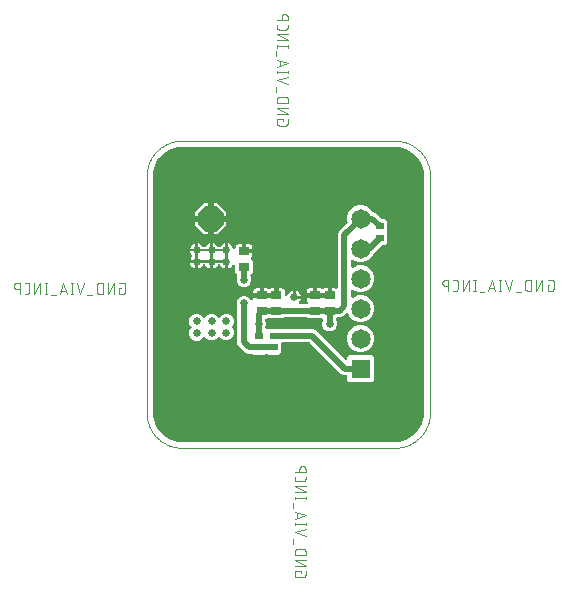
<source format=gbl>
G04 EAGLE Gerber RS-274X export*
G75*
%MOMM*%
%FSLAX35Y35*%
%LPD*%
%INcopper_bottom*%
%IPPOS*%
%AMOC8*
5,1,8,0,0,1.08239X$1,22.5*%
G01*
%ADD10C,0.010000*%
%ADD11C,0.076200*%
%ADD12R,0.700000X0.600000*%
%ADD13R,0.900000X0.700000*%
%ADD14R,1.650000X1.650000*%
%ADD15C,1.650000*%
%ADD16P,2.336880X8X22.500000*%
%ADD17C,0.500000*%
%ADD18C,0.650000*%

G36*
X2100497Y50563D02*
X2100497Y50563D01*
X2100817Y50527D01*
X2131752Y52555D01*
X2133530Y52900D01*
X2134169Y52954D01*
X2193931Y68967D01*
X2196852Y70162D01*
X2196903Y70201D01*
X2196945Y70216D01*
X2250526Y101150D01*
X2253038Y103061D01*
X2253077Y103110D01*
X2253115Y103137D01*
X2296863Y146885D01*
X2298795Y149380D01*
X2298820Y149439D01*
X2298849Y149474D01*
X2329784Y203054D01*
X2330308Y204305D01*
X2330882Y205551D01*
X2330921Y205766D01*
X2331004Y205965D01*
X2331013Y206027D01*
X2331033Y206069D01*
X2347046Y265830D01*
X2347290Y267626D01*
X2347445Y268248D01*
X2349473Y299181D01*
X2349445Y299632D01*
X2349483Y299840D01*
X2349479Y299886D01*
X2349499Y299998D01*
X2349499Y2300001D01*
X2349436Y2300498D01*
X2349473Y2300818D01*
X2347445Y2331752D01*
X2347099Y2333530D01*
X2347046Y2334169D01*
X2331033Y2393931D01*
X2329838Y2396852D01*
X2329799Y2396903D01*
X2329784Y2396945D01*
X2298849Y2450526D01*
X2296939Y2453038D01*
X2296889Y2453077D01*
X2296863Y2453115D01*
X2253115Y2496863D01*
X2252145Y2497613D01*
X2251583Y2498123D01*
X2251284Y2498281D01*
X2250619Y2498795D01*
X2250560Y2498820D01*
X2250526Y2498849D01*
X2196945Y2529784D01*
X2194035Y2531004D01*
X2193972Y2531013D01*
X2193931Y2531033D01*
X2134169Y2547046D01*
X2132373Y2547290D01*
X2131752Y2547445D01*
X2100818Y2549473D01*
X2100318Y2549442D01*
X2100000Y2549499D01*
X299999Y2549499D01*
X299503Y2549436D01*
X299182Y2549473D01*
X268248Y2547445D01*
X266470Y2547099D01*
X265830Y2547046D01*
X206069Y2531033D01*
X203148Y2529838D01*
X203096Y2529799D01*
X203054Y2529784D01*
X149474Y2498849D01*
X146962Y2496939D01*
X146923Y2496889D01*
X146885Y2496863D01*
X103137Y2453115D01*
X101205Y2450619D01*
X101179Y2450560D01*
X101150Y2450526D01*
X70216Y2396945D01*
X68995Y2394035D01*
X68986Y2393972D01*
X68967Y2393931D01*
X52954Y2334169D01*
X52709Y2332373D01*
X52555Y2331752D01*
X50527Y2300818D01*
X50558Y2300318D01*
X50500Y2300000D01*
X50500Y299999D01*
X50563Y299503D01*
X50527Y299182D01*
X52555Y268248D01*
X52900Y266470D01*
X52954Y265830D01*
X68967Y206069D01*
X70162Y203148D01*
X70201Y203096D01*
X70216Y203054D01*
X101150Y149474D01*
X103061Y146962D01*
X103110Y146923D01*
X103137Y146885D01*
X146885Y103137D01*
X149380Y101205D01*
X149439Y101179D01*
X149474Y101150D01*
X203054Y70216D01*
X205964Y68995D01*
X206028Y68986D01*
X206069Y68967D01*
X265830Y52954D01*
X267626Y52709D01*
X268248Y52555D01*
X299182Y50527D01*
X299681Y50558D01*
X300000Y50500D01*
X2100000Y50500D01*
X2100497Y50563D01*
G37*
%LPC*%
G36*
X1718073Y557499D02*
X1718073Y557499D01*
X1700499Y575073D01*
X1700499Y602500D01*
X1700341Y603748D01*
X1700247Y604999D01*
X1700142Y605308D01*
X1700101Y605631D01*
X1699635Y606798D01*
X1699231Y607987D01*
X1699052Y608259D01*
X1698931Y608562D01*
X1698188Y609575D01*
X1697498Y610625D01*
X1697257Y610844D01*
X1697065Y611106D01*
X1696092Y611900D01*
X1695161Y612745D01*
X1694872Y612897D01*
X1694620Y613102D01*
X1693481Y613627D01*
X1692367Y614212D01*
X1692110Y614258D01*
X1691753Y614423D01*
X1688648Y614983D01*
X1688256Y614953D01*
X1688000Y614999D01*
X1669059Y614999D01*
X1648845Y623373D01*
X1380879Y891338D01*
X1380012Y892009D01*
X1379201Y892745D01*
X1378769Y892972D01*
X1378383Y893270D01*
X1377378Y893702D01*
X1376407Y894212D01*
X1376034Y894279D01*
X1375483Y894516D01*
X1372364Y894995D01*
X1372171Y894976D01*
X1372040Y894999D01*
X1152500Y894999D01*
X1151252Y894841D01*
X1150000Y894747D01*
X1149692Y894642D01*
X1149369Y894601D01*
X1148202Y894135D01*
X1147013Y893731D01*
X1146741Y893552D01*
X1146438Y893431D01*
X1145424Y892688D01*
X1144375Y891998D01*
X1144156Y891757D01*
X1143893Y891565D01*
X1143099Y890592D01*
X1142255Y889661D01*
X1142103Y889372D01*
X1141898Y889120D01*
X1141373Y887981D01*
X1140788Y886867D01*
X1140742Y886610D01*
X1140577Y886253D01*
X1140017Y883148D01*
X1140047Y882756D01*
X1140000Y882500D01*
X1140000Y807573D01*
X1122427Y789999D01*
X1027573Y789999D01*
X1026234Y791338D01*
X1025368Y792009D01*
X1024556Y792745D01*
X1024124Y792972D01*
X1023739Y793270D01*
X1022733Y793702D01*
X1021762Y794212D01*
X1021390Y794279D01*
X1020839Y794516D01*
X1017720Y794995D01*
X1017527Y794976D01*
X1017396Y794999D01*
X1007604Y794999D01*
X1006516Y794861D01*
X1005423Y794808D01*
X1004958Y794663D01*
X1004473Y794601D01*
X1003455Y794195D01*
X1002410Y793869D01*
X1002100Y793654D01*
X1001543Y793431D01*
X998998Y791565D01*
X998875Y791415D01*
X998766Y791338D01*
X997427Y789999D01*
X902573Y789999D01*
X901234Y791338D01*
X900368Y792009D01*
X899556Y792745D01*
X899124Y792972D01*
X898739Y793270D01*
X897733Y793702D01*
X896762Y794212D01*
X896390Y794279D01*
X895839Y794516D01*
X892720Y794995D01*
X892527Y794976D01*
X892396Y794999D01*
X860420Y794999D01*
X840205Y803373D01*
X778373Y865205D01*
X769999Y885420D01*
X769999Y1191975D01*
X769971Y1192199D01*
X769991Y1192423D01*
X769873Y1192964D01*
X769601Y1195106D01*
X769176Y1196172D01*
X769048Y1196758D01*
X762499Y1212568D01*
X762499Y1237432D01*
X772014Y1260403D01*
X789596Y1277985D01*
X812568Y1287500D01*
X837432Y1287500D01*
X860403Y1277985D01*
X877985Y1260404D01*
X880552Y1254206D01*
X880905Y1253588D01*
X881169Y1252928D01*
X881685Y1252224D01*
X882118Y1251466D01*
X882615Y1250957D01*
X883035Y1250383D01*
X883710Y1249832D01*
X884320Y1249206D01*
X884930Y1248836D01*
X885480Y1248387D01*
X886271Y1248023D01*
X887019Y1247569D01*
X887701Y1247364D01*
X888347Y1247067D01*
X889204Y1246912D01*
X890041Y1246661D01*
X890753Y1246633D01*
X891452Y1246507D01*
X892322Y1246572D01*
X893194Y1246538D01*
X893889Y1246689D01*
X894599Y1246743D01*
X895426Y1247024D01*
X896278Y1247209D01*
X896913Y1247530D01*
X897587Y1247759D01*
X898316Y1248238D01*
X899096Y1248631D01*
X899630Y1249101D01*
X900225Y1249491D01*
X900811Y1250138D01*
X901467Y1250713D01*
X901867Y1251302D01*
X902345Y1251829D01*
X902751Y1252602D01*
X903241Y1253323D01*
X903481Y1253993D01*
X903812Y1254623D01*
X903918Y1255214D01*
X904305Y1256294D01*
X904501Y1258443D01*
X904599Y1258989D01*
X904599Y1272500D01*
X969998Y1272500D01*
X971245Y1272659D01*
X972497Y1272753D01*
X972805Y1272857D01*
X973128Y1272898D01*
X974296Y1273364D01*
X975020Y1273611D01*
X975635Y1273288D01*
X975892Y1273241D01*
X976248Y1273077D01*
X979354Y1272517D01*
X979746Y1272546D01*
X980002Y1272500D01*
X1094998Y1272500D01*
X1096245Y1272659D01*
X1097497Y1272753D01*
X1097805Y1272857D01*
X1098128Y1272898D01*
X1099296Y1273364D01*
X1100485Y1273769D01*
X1100757Y1273947D01*
X1101059Y1274068D01*
X1102073Y1274812D01*
X1103123Y1275501D01*
X1103342Y1275742D01*
X1103604Y1275935D01*
X1104398Y1276907D01*
X1105243Y1277839D01*
X1105394Y1278128D01*
X1105600Y1278379D01*
X1106125Y1279518D01*
X1106710Y1280633D01*
X1106756Y1280889D01*
X1106920Y1281246D01*
X1107188Y1282732D01*
X1107499Y1282755D01*
X1107808Y1282860D01*
X1108131Y1282901D01*
X1109298Y1283367D01*
X1110487Y1283771D01*
X1110759Y1283950D01*
X1111062Y1284071D01*
X1112075Y1284814D01*
X1113125Y1285503D01*
X1113344Y1285745D01*
X1113606Y1285937D01*
X1114400Y1286910D01*
X1115245Y1287841D01*
X1115397Y1288130D01*
X1115602Y1288382D01*
X1116127Y1289521D01*
X1116712Y1290635D01*
X1116758Y1290892D01*
X1116923Y1291248D01*
X1117483Y1294354D01*
X1117453Y1294746D01*
X1117499Y1295002D01*
X1117499Y1350400D01*
X1148344Y1350400D01*
X1154804Y1348669D01*
X1160596Y1345326D01*
X1165326Y1340596D01*
X1168669Y1334804D01*
X1170400Y1328344D01*
X1170400Y1296969D01*
X1170490Y1296263D01*
X1170481Y1295552D01*
X1170688Y1294704D01*
X1170799Y1293838D01*
X1171063Y1293177D01*
X1171232Y1292487D01*
X1171645Y1291718D01*
X1171968Y1290908D01*
X1172389Y1290334D01*
X1172726Y1289707D01*
X1173319Y1289066D01*
X1173835Y1288363D01*
X1174387Y1287913D01*
X1174870Y1287390D01*
X1175604Y1286918D01*
X1176280Y1286367D01*
X1176925Y1286070D01*
X1177525Y1285684D01*
X1178354Y1285411D01*
X1179146Y1285047D01*
X1179846Y1284920D01*
X1180522Y1284698D01*
X1181394Y1284641D01*
X1182252Y1284487D01*
X1182960Y1284540D01*
X1183672Y1284493D01*
X1184530Y1284657D01*
X1185399Y1284722D01*
X1186072Y1284951D01*
X1186772Y1285084D01*
X1187561Y1285458D01*
X1188387Y1285738D01*
X1188982Y1286129D01*
X1189625Y1286433D01*
X1190295Y1286991D01*
X1191025Y1287471D01*
X1191503Y1287998D01*
X1192049Y1288453D01*
X1192374Y1288959D01*
X1193145Y1289808D01*
X1194148Y1291718D01*
X1194448Y1292186D01*
X1198689Y1302427D01*
X1205025Y1311909D01*
X1213091Y1319974D01*
X1222574Y1326311D01*
X1233111Y1330675D01*
X1237499Y1331548D01*
X1237499Y1275003D01*
X1237658Y1273756D01*
X1237751Y1272504D01*
X1237856Y1272196D01*
X1237897Y1271873D01*
X1238363Y1270705D01*
X1238768Y1269516D01*
X1238946Y1269244D01*
X1239067Y1268942D01*
X1239810Y1267928D01*
X1240500Y1266878D01*
X1240504Y1266874D01*
X1240505Y1266873D01*
X1240742Y1266658D01*
X1240933Y1266397D01*
X1240937Y1266394D01*
X1240938Y1266392D01*
X1241911Y1265598D01*
X1242843Y1264753D01*
X1243132Y1264602D01*
X1243383Y1264396D01*
X1244522Y1263871D01*
X1245637Y1263286D01*
X1245893Y1263240D01*
X1246250Y1263076D01*
X1249355Y1262516D01*
X1249747Y1262545D01*
X1250003Y1262499D01*
X1306548Y1262499D01*
X1305675Y1258111D01*
X1301311Y1247574D01*
X1294975Y1238091D01*
X1293222Y1236339D01*
X1292352Y1235214D01*
X1291458Y1234120D01*
X1291390Y1233973D01*
X1291290Y1233843D01*
X1290728Y1232535D01*
X1290138Y1231253D01*
X1290109Y1231093D01*
X1290044Y1230944D01*
X1289829Y1229542D01*
X1289578Y1228148D01*
X1289590Y1227985D01*
X1289565Y1227824D01*
X1289707Y1226416D01*
X1289813Y1225000D01*
X1289866Y1224846D01*
X1289882Y1224685D01*
X1290373Y1223356D01*
X1290829Y1222013D01*
X1290918Y1221877D01*
X1290975Y1221724D01*
X1291783Y1220561D01*
X1292562Y1219375D01*
X1292683Y1219265D01*
X1292775Y1219132D01*
X1293849Y1218207D01*
X1294899Y1217255D01*
X1295043Y1217179D01*
X1295167Y1217073D01*
X1296442Y1216445D01*
X1297693Y1215788D01*
X1297824Y1215764D01*
X1297998Y1215679D01*
X1301088Y1215038D01*
X1301688Y1215068D01*
X1302060Y1215000D01*
X1352396Y1215000D01*
X1353484Y1215139D01*
X1354577Y1215192D01*
X1355042Y1215337D01*
X1355527Y1215399D01*
X1356545Y1215805D01*
X1357590Y1216131D01*
X1357900Y1216346D01*
X1358458Y1216568D01*
X1361002Y1218435D01*
X1361125Y1218585D01*
X1361234Y1218661D01*
X1361987Y1219414D01*
X1362756Y1220407D01*
X1363576Y1221360D01*
X1363720Y1221652D01*
X1363919Y1221909D01*
X1364414Y1223062D01*
X1364970Y1224191D01*
X1365036Y1224511D01*
X1365164Y1224809D01*
X1365355Y1226050D01*
X1365610Y1227281D01*
X1365594Y1227606D01*
X1365644Y1227928D01*
X1365518Y1229183D01*
X1365456Y1230433D01*
X1365360Y1230743D01*
X1365327Y1231068D01*
X1364891Y1232249D01*
X1364518Y1233447D01*
X1364370Y1233660D01*
X1364233Y1234029D01*
X1362433Y1236621D01*
X1362135Y1236878D01*
X1361987Y1237091D01*
X1359674Y1239404D01*
X1356330Y1245196D01*
X1354599Y1251655D01*
X1354599Y1272500D01*
X1419998Y1272500D01*
X1421245Y1272659D01*
X1422497Y1272753D01*
X1422805Y1272857D01*
X1423128Y1272898D01*
X1424296Y1273364D01*
X1425020Y1273611D01*
X1425635Y1273288D01*
X1425892Y1273241D01*
X1426248Y1273077D01*
X1429354Y1272517D01*
X1429746Y1272546D01*
X1430002Y1272500D01*
X1544998Y1272500D01*
X1546245Y1272659D01*
X1547497Y1272753D01*
X1547805Y1272857D01*
X1548128Y1272898D01*
X1549296Y1273364D01*
X1550485Y1273769D01*
X1550757Y1273947D01*
X1551059Y1274068D01*
X1552073Y1274812D01*
X1553123Y1275501D01*
X1553342Y1275742D01*
X1553604Y1275935D01*
X1554398Y1276907D01*
X1555243Y1277839D01*
X1555394Y1278128D01*
X1555600Y1278379D01*
X1556125Y1279518D01*
X1556710Y1280633D01*
X1556756Y1280889D01*
X1556920Y1281246D01*
X1557188Y1282732D01*
X1557499Y1282755D01*
X1557808Y1282860D01*
X1558131Y1282901D01*
X1559298Y1283367D01*
X1560487Y1283771D01*
X1560759Y1283950D01*
X1561062Y1284071D01*
X1562075Y1284814D01*
X1563125Y1285503D01*
X1563344Y1285745D01*
X1563606Y1285937D01*
X1564400Y1286910D01*
X1565245Y1287841D01*
X1565397Y1288130D01*
X1565602Y1288382D01*
X1566127Y1289521D01*
X1566712Y1290635D01*
X1566758Y1290892D01*
X1566923Y1291248D01*
X1567483Y1294354D01*
X1567453Y1294746D01*
X1567499Y1295002D01*
X1567499Y1350400D01*
X1598344Y1350400D01*
X1604265Y1348814D01*
X1605565Y1348637D01*
X1606852Y1348405D01*
X1607122Y1348425D01*
X1607392Y1348388D01*
X1608696Y1348543D01*
X1609999Y1348640D01*
X1610257Y1348728D01*
X1610526Y1348760D01*
X1611745Y1349234D01*
X1612987Y1349657D01*
X1613214Y1349806D01*
X1613467Y1349904D01*
X1614529Y1350669D01*
X1615625Y1351389D01*
X1615808Y1351590D01*
X1616028Y1351748D01*
X1616865Y1352756D01*
X1617745Y1353727D01*
X1617871Y1353967D01*
X1618045Y1354176D01*
X1618602Y1355359D01*
X1619212Y1356521D01*
X1619251Y1356736D01*
X1619389Y1357031D01*
X1619977Y1360131D01*
X1619946Y1360592D01*
X1619999Y1360887D01*
X1619999Y1810940D01*
X1628373Y1831155D01*
X1698794Y1901576D01*
X1699032Y1901884D01*
X1699323Y1902139D01*
X1699994Y1903126D01*
X1700726Y1904072D01*
X1700879Y1904428D01*
X1701097Y1904749D01*
X1701500Y1905874D01*
X1701971Y1906971D01*
X1702030Y1907355D01*
X1702161Y1907720D01*
X1702269Y1908907D01*
X1702451Y1910091D01*
X1702412Y1910478D01*
X1702447Y1910863D01*
X1702309Y1911497D01*
X1702134Y1913231D01*
X1701642Y1914563D01*
X1701503Y1915198D01*
X1700499Y1917622D01*
X1700499Y1962378D01*
X1717626Y2003726D01*
X1749274Y2035373D01*
X1790622Y2052500D01*
X1835378Y2052500D01*
X1876726Y2035373D01*
X1908373Y2003726D01*
X1908791Y2002717D01*
X1908984Y2002379D01*
X1909109Y2002013D01*
X1909764Y2001015D01*
X1910358Y1999977D01*
X1910628Y1999699D01*
X1910841Y1999375D01*
X1911725Y1998573D01*
X1912560Y1997716D01*
X1912892Y1997515D01*
X1913179Y1997255D01*
X1914236Y1996700D01*
X1915258Y1996080D01*
X1915630Y1995968D01*
X1915973Y1995788D01*
X1916613Y1995673D01*
X1918280Y1995171D01*
X1919699Y1995116D01*
X1920339Y1995000D01*
X1920940Y1995000D01*
X1941155Y1986627D01*
X1958385Y1969397D01*
X1989121Y1938661D01*
X1989987Y1937990D01*
X1990798Y1937255D01*
X1991230Y1937028D01*
X1991616Y1936729D01*
X1992622Y1936297D01*
X1993593Y1935788D01*
X1993965Y1935721D01*
X1994516Y1935484D01*
X1997635Y1935004D01*
X1997828Y1935024D01*
X1997959Y1935000D01*
X2022427Y1935000D01*
X2040000Y1917427D01*
X2040000Y1832268D01*
X2039676Y1831892D01*
X2039533Y1831601D01*
X2039333Y1831343D01*
X2038838Y1830190D01*
X2038282Y1829060D01*
X2038216Y1828741D01*
X2038088Y1828443D01*
X2037897Y1827201D01*
X2037642Y1825970D01*
X2037658Y1825646D01*
X2037608Y1825324D01*
X2037735Y1824071D01*
X2037796Y1822818D01*
X2037893Y1822508D01*
X2037926Y1822184D01*
X2038362Y1821003D01*
X2038735Y1819805D01*
X2038883Y1819592D01*
X2039019Y1819223D01*
X2040000Y1817810D01*
X2040000Y1732573D01*
X2022427Y1714999D01*
X1997959Y1714999D01*
X1996872Y1714861D01*
X1995778Y1714808D01*
X1995313Y1714663D01*
X1994829Y1714601D01*
X1993811Y1714195D01*
X1992765Y1713869D01*
X1992455Y1713654D01*
X1991898Y1713431D01*
X1989353Y1711565D01*
X1989231Y1711415D01*
X1989121Y1711338D01*
X1916012Y1638230D01*
X1915874Y1638052D01*
X1915701Y1637908D01*
X1915401Y1637440D01*
X1914080Y1635735D01*
X1913628Y1634681D01*
X1913303Y1634175D01*
X1908373Y1622273D01*
X1876726Y1590626D01*
X1835378Y1573499D01*
X1790622Y1573499D01*
X1747283Y1591451D01*
X1746753Y1591596D01*
X1746253Y1591826D01*
X1745235Y1592009D01*
X1744238Y1592281D01*
X1743688Y1592288D01*
X1743148Y1592386D01*
X1742117Y1592308D01*
X1741083Y1592322D01*
X1740548Y1592191D01*
X1740000Y1592150D01*
X1739023Y1591818D01*
X1738018Y1591571D01*
X1737533Y1591311D01*
X1737013Y1591134D01*
X1736149Y1590566D01*
X1735238Y1590077D01*
X1734835Y1589703D01*
X1734375Y1589402D01*
X1733679Y1588635D01*
X1732921Y1587933D01*
X1732624Y1587472D01*
X1732255Y1587064D01*
X1731773Y1586147D01*
X1731215Y1585278D01*
X1731044Y1584757D01*
X1730788Y1584270D01*
X1730672Y1583629D01*
X1730228Y1582281D01*
X1730116Y1580543D01*
X1730000Y1579903D01*
X1730000Y1538097D01*
X1730070Y1537551D01*
X1730048Y1537002D01*
X1730268Y1535992D01*
X1730399Y1534966D01*
X1730603Y1534456D01*
X1730719Y1533918D01*
X1731185Y1532995D01*
X1731568Y1532035D01*
X1731893Y1531592D01*
X1732141Y1531101D01*
X1732823Y1530324D01*
X1733435Y1529490D01*
X1733861Y1529143D01*
X1734224Y1528729D01*
X1735079Y1528148D01*
X1735880Y1527494D01*
X1736379Y1527264D01*
X1736834Y1526955D01*
X1737806Y1526607D01*
X1738746Y1526174D01*
X1739288Y1526077D01*
X1739805Y1525891D01*
X1740834Y1525798D01*
X1741852Y1525614D01*
X1742400Y1525655D01*
X1742948Y1525605D01*
X1743583Y1525744D01*
X1744999Y1525850D01*
X1746648Y1526410D01*
X1747283Y1526549D01*
X1790622Y1544500D01*
X1835378Y1544500D01*
X1876726Y1527373D01*
X1908373Y1495726D01*
X1925500Y1454378D01*
X1925500Y1409622D01*
X1908373Y1368274D01*
X1876726Y1336626D01*
X1835378Y1319499D01*
X1790622Y1319499D01*
X1747283Y1337451D01*
X1746753Y1337596D01*
X1746253Y1337826D01*
X1745235Y1338009D01*
X1744238Y1338281D01*
X1743688Y1338288D01*
X1743148Y1338386D01*
X1742117Y1338308D01*
X1741083Y1338322D01*
X1740548Y1338191D01*
X1740000Y1338150D01*
X1739023Y1337818D01*
X1738018Y1337571D01*
X1737533Y1337311D01*
X1737013Y1337134D01*
X1736149Y1336566D01*
X1735238Y1336077D01*
X1734835Y1335703D01*
X1734375Y1335402D01*
X1733679Y1334635D01*
X1732921Y1333933D01*
X1732624Y1333472D01*
X1732255Y1333064D01*
X1731773Y1332147D01*
X1731215Y1331278D01*
X1731044Y1330757D01*
X1730788Y1330270D01*
X1730672Y1329629D01*
X1730228Y1328281D01*
X1730124Y1326680D01*
X1730017Y1326084D01*
X1730022Y1326023D01*
X1730000Y1325903D01*
X1730000Y1284097D01*
X1730070Y1283551D01*
X1730048Y1283002D01*
X1730268Y1281992D01*
X1730399Y1280966D01*
X1730603Y1280456D01*
X1730719Y1279918D01*
X1731185Y1278995D01*
X1731568Y1278035D01*
X1731893Y1277592D01*
X1732141Y1277101D01*
X1732825Y1276323D01*
X1733435Y1275490D01*
X1733861Y1275143D01*
X1734224Y1274729D01*
X1735079Y1274148D01*
X1735880Y1273494D01*
X1736379Y1273264D01*
X1736834Y1272955D01*
X1737806Y1272607D01*
X1738746Y1272174D01*
X1739288Y1272077D01*
X1739805Y1271891D01*
X1740834Y1271798D01*
X1741852Y1271614D01*
X1742400Y1271655D01*
X1742948Y1271605D01*
X1743583Y1271744D01*
X1744999Y1271850D01*
X1746648Y1272410D01*
X1747283Y1272549D01*
X1790622Y1290500D01*
X1835378Y1290500D01*
X1876726Y1273373D01*
X1908373Y1241726D01*
X1925500Y1200378D01*
X1925500Y1155622D01*
X1908373Y1114274D01*
X1876726Y1082626D01*
X1835378Y1065499D01*
X1790622Y1065499D01*
X1749274Y1082626D01*
X1717626Y1114274D01*
X1709973Y1132749D01*
X1709701Y1133226D01*
X1709510Y1133743D01*
X1708920Y1134593D01*
X1708408Y1135489D01*
X1708024Y1135883D01*
X1707710Y1136335D01*
X1706926Y1137010D01*
X1706205Y1137750D01*
X1705736Y1138034D01*
X1705318Y1138393D01*
X1704390Y1138850D01*
X1703507Y1139386D01*
X1702980Y1139545D01*
X1702487Y1139788D01*
X1701475Y1139997D01*
X1700484Y1140295D01*
X1699935Y1140316D01*
X1699397Y1140428D01*
X1698364Y1140378D01*
X1697331Y1140418D01*
X1696793Y1140301D01*
X1696245Y1140274D01*
X1695258Y1139967D01*
X1694247Y1139747D01*
X1693756Y1139499D01*
X1693232Y1139335D01*
X1692697Y1138964D01*
X1691430Y1138325D01*
X1690122Y1137176D01*
X1689587Y1136805D01*
X1666155Y1113373D01*
X1645940Y1104999D01*
X1622604Y1104999D01*
X1621516Y1104861D01*
X1620423Y1104808D01*
X1619958Y1104663D01*
X1619473Y1104601D01*
X1618455Y1104195D01*
X1617410Y1103869D01*
X1617100Y1103654D01*
X1616543Y1103431D01*
X1613998Y1101565D01*
X1613875Y1101415D01*
X1613766Y1101338D01*
X1608661Y1096234D01*
X1607990Y1095368D01*
X1607255Y1094556D01*
X1607028Y1094124D01*
X1606729Y1093739D01*
X1606298Y1092733D01*
X1605788Y1091762D01*
X1605721Y1091390D01*
X1605484Y1090839D01*
X1605004Y1087720D01*
X1605024Y1087527D01*
X1605000Y1087396D01*
X1605000Y1083025D01*
X1605029Y1082801D01*
X1605008Y1082577D01*
X1605126Y1082036D01*
X1605399Y1079894D01*
X1605824Y1078828D01*
X1605952Y1078241D01*
X1612500Y1062432D01*
X1612500Y1037568D01*
X1602985Y1014596D01*
X1585403Y997014D01*
X1562432Y987499D01*
X1537568Y987499D01*
X1514596Y997014D01*
X1497014Y1014596D01*
X1487499Y1037568D01*
X1487499Y1062432D01*
X1493831Y1077717D01*
X1493975Y1078247D01*
X1494205Y1078747D01*
X1494389Y1079764D01*
X1494661Y1080761D01*
X1494668Y1081311D01*
X1494765Y1081852D01*
X1494688Y1082883D01*
X1494702Y1083917D01*
X1494571Y1084451D01*
X1494530Y1084999D01*
X1494197Y1085978D01*
X1493951Y1086982D01*
X1493690Y1087467D01*
X1493513Y1087987D01*
X1492946Y1088851D01*
X1492456Y1089762D01*
X1492083Y1090165D01*
X1491781Y1090625D01*
X1491016Y1091319D01*
X1490313Y1092078D01*
X1489850Y1092376D01*
X1489443Y1092745D01*
X1488528Y1093225D01*
X1487658Y1093784D01*
X1487136Y1093956D01*
X1486649Y1094212D01*
X1486009Y1094328D01*
X1484661Y1094771D01*
X1482922Y1094884D01*
X1482283Y1094999D01*
X1367573Y1094999D01*
X1361234Y1101338D01*
X1360369Y1102008D01*
X1359557Y1102745D01*
X1359125Y1102972D01*
X1358739Y1103270D01*
X1357733Y1103703D01*
X1356763Y1104212D01*
X1356390Y1104279D01*
X1355839Y1104516D01*
X1352720Y1104995D01*
X1352527Y1104976D01*
X1352396Y1104999D01*
X1172604Y1104999D01*
X1171516Y1104861D01*
X1170423Y1104808D01*
X1169958Y1104663D01*
X1169473Y1104601D01*
X1168455Y1104195D01*
X1167410Y1103869D01*
X1167100Y1103654D01*
X1166543Y1103431D01*
X1163998Y1101565D01*
X1163875Y1101415D01*
X1163766Y1101338D01*
X1157427Y1094999D01*
X1017717Y1094999D01*
X1017171Y1094930D01*
X1016622Y1094951D01*
X1015612Y1094732D01*
X1014586Y1094601D01*
X1014076Y1094397D01*
X1013538Y1094280D01*
X1012616Y1093814D01*
X1011655Y1093431D01*
X1011212Y1093106D01*
X1010721Y1092858D01*
X1009944Y1092176D01*
X1009111Y1091565D01*
X1008763Y1091139D01*
X1008350Y1090776D01*
X1007768Y1089920D01*
X1007115Y1089120D01*
X1006885Y1088622D01*
X1006575Y1088166D01*
X1006227Y1087192D01*
X1005794Y1086253D01*
X1005697Y1085712D01*
X1005512Y1085195D01*
X1005418Y1084166D01*
X1005234Y1083148D01*
X1005275Y1082599D01*
X1005226Y1082052D01*
X1005364Y1081416D01*
X1005470Y1080001D01*
X1006031Y1078352D01*
X1006169Y1077717D01*
X1012500Y1062432D01*
X1012500Y1037568D01*
X1006396Y1022831D01*
X1006209Y1022145D01*
X1005928Y1021491D01*
X1005795Y1020628D01*
X1005566Y1019787D01*
X1005557Y1019076D01*
X1005449Y1018371D01*
X1005537Y1017503D01*
X1005525Y1016631D01*
X1005695Y1015939D01*
X1005766Y1015232D01*
X1006068Y1014414D01*
X1006276Y1013566D01*
X1006613Y1012938D01*
X1006860Y1012271D01*
X1007357Y1011555D01*
X1007771Y1010786D01*
X1008253Y1010264D01*
X1008660Y1009679D01*
X1009322Y1009109D01*
X1009914Y1008469D01*
X1010512Y1008085D01*
X1011052Y1007620D01*
X1011836Y1007234D01*
X1012569Y1006763D01*
X1013244Y1006541D01*
X1013883Y1006227D01*
X1014737Y1006050D01*
X1015566Y1005777D01*
X1016278Y1005730D01*
X1016973Y1005586D01*
X1017843Y1005629D01*
X1018716Y1005572D01*
X1019416Y1005706D01*
X1020125Y1005740D01*
X1020958Y1006000D01*
X1021816Y1006163D01*
X1022459Y1006467D01*
X1023138Y1006679D01*
X1023632Y1007022D01*
X1024669Y1007512D01*
X1026326Y1008893D01*
X1026783Y1009210D01*
X1027573Y1010000D01*
X1122427Y1010000D01*
X1123766Y1008661D01*
X1124632Y1007990D01*
X1125443Y1007255D01*
X1125875Y1007028D01*
X1126261Y1006729D01*
X1127267Y1006298D01*
X1128238Y1005788D01*
X1128610Y1005721D01*
X1129161Y1005484D01*
X1132280Y1005004D01*
X1132473Y1005024D01*
X1132604Y1005000D01*
X1410940Y1005000D01*
X1431155Y996627D01*
X1448385Y979397D01*
X1679162Y748620D01*
X1680285Y747750D01*
X1681380Y746857D01*
X1681528Y746789D01*
X1681657Y746688D01*
X1682959Y746129D01*
X1684247Y745536D01*
X1684408Y745507D01*
X1684557Y745443D01*
X1685958Y745228D01*
X1687352Y744976D01*
X1687514Y744988D01*
X1687676Y744963D01*
X1689093Y745107D01*
X1690499Y745212D01*
X1690653Y745264D01*
X1690816Y745281D01*
X1692149Y745773D01*
X1693487Y746228D01*
X1693623Y746318D01*
X1693776Y746374D01*
X1694942Y747184D01*
X1696125Y747960D01*
X1696234Y748081D01*
X1696368Y748174D01*
X1697294Y749250D01*
X1698245Y750298D01*
X1698321Y750442D01*
X1698427Y750566D01*
X1699054Y751839D01*
X1699712Y753092D01*
X1699736Y753223D01*
X1699821Y753398D01*
X1700462Y756488D01*
X1700432Y757087D01*
X1700499Y757459D01*
X1700499Y764927D01*
X1718073Y782500D01*
X1907927Y782500D01*
X1925500Y764927D01*
X1925500Y575073D01*
X1907927Y557499D01*
X1718073Y557499D01*
G37*
%LPD*%
%LPC*%
G36*
X412568Y907499D02*
X412568Y907499D01*
X389596Y917014D01*
X372014Y934596D01*
X362499Y957568D01*
X362499Y982432D01*
X372014Y1005403D01*
X377773Y1011162D01*
X378543Y1012156D01*
X379361Y1013108D01*
X379505Y1013399D01*
X379704Y1013657D01*
X380200Y1014810D01*
X380755Y1015939D01*
X380822Y1016258D01*
X380950Y1016557D01*
X381141Y1017798D01*
X381396Y1019029D01*
X381380Y1019353D01*
X381429Y1019676D01*
X381303Y1020930D01*
X381242Y1022181D01*
X381145Y1022491D01*
X381112Y1022816D01*
X380677Y1023995D01*
X380303Y1025194D01*
X380155Y1025408D01*
X380019Y1025776D01*
X378219Y1028368D01*
X377920Y1028626D01*
X377772Y1028838D01*
X372015Y1034596D01*
X362499Y1057568D01*
X362499Y1082432D01*
X372014Y1105403D01*
X389596Y1122985D01*
X412568Y1132500D01*
X437432Y1132500D01*
X460403Y1122985D01*
X478661Y1104727D01*
X479654Y1103958D01*
X480607Y1103138D01*
X480899Y1102994D01*
X481157Y1102795D01*
X482310Y1102300D01*
X483438Y1101744D01*
X483758Y1101678D01*
X484056Y1101550D01*
X485298Y1101359D01*
X486528Y1101104D01*
X486853Y1101120D01*
X487176Y1101070D01*
X488430Y1101197D01*
X489681Y1101258D01*
X489991Y1101355D01*
X490316Y1101388D01*
X491497Y1101824D01*
X492694Y1102197D01*
X492907Y1102345D01*
X493276Y1102481D01*
X495868Y1104281D01*
X496125Y1104579D01*
X496338Y1104727D01*
X514596Y1122985D01*
X537568Y1132500D01*
X562432Y1132500D01*
X585403Y1122985D01*
X603661Y1104727D01*
X604654Y1103958D01*
X605607Y1103138D01*
X605899Y1102994D01*
X606157Y1102795D01*
X607310Y1102300D01*
X608438Y1101744D01*
X608758Y1101678D01*
X609056Y1101550D01*
X610298Y1101359D01*
X611528Y1101104D01*
X611853Y1101120D01*
X612176Y1101070D01*
X613430Y1101197D01*
X614681Y1101258D01*
X614991Y1101355D01*
X615316Y1101388D01*
X616497Y1101824D01*
X617694Y1102197D01*
X617907Y1102345D01*
X618276Y1102481D01*
X620868Y1104281D01*
X621125Y1104579D01*
X621338Y1104727D01*
X639596Y1122985D01*
X662568Y1132500D01*
X687432Y1132500D01*
X710403Y1122985D01*
X727985Y1105403D01*
X737500Y1082432D01*
X737500Y1057568D01*
X727985Y1034596D01*
X724727Y1031338D01*
X723959Y1030346D01*
X723138Y1029392D01*
X722994Y1029100D01*
X722795Y1028843D01*
X722300Y1027690D01*
X721744Y1026561D01*
X721678Y1026242D01*
X721550Y1025943D01*
X721359Y1024701D01*
X721104Y1023471D01*
X721120Y1023146D01*
X721070Y1022824D01*
X721197Y1021570D01*
X721258Y1020318D01*
X721355Y1020008D01*
X721388Y1019684D01*
X721823Y1018504D01*
X722197Y1017305D01*
X722345Y1017092D01*
X722481Y1016723D01*
X724281Y1014131D01*
X724579Y1013875D01*
X724728Y1013661D01*
X727985Y1010403D01*
X737500Y987432D01*
X737500Y962568D01*
X727985Y939596D01*
X710403Y922014D01*
X687432Y912499D01*
X662568Y912499D01*
X639596Y922014D01*
X621338Y940273D01*
X620342Y941043D01*
X619392Y941861D01*
X619101Y942005D01*
X618843Y942204D01*
X617689Y942700D01*
X616561Y943255D01*
X616241Y943322D01*
X615943Y943450D01*
X614702Y943641D01*
X613471Y943896D01*
X613146Y943880D01*
X612824Y943929D01*
X611570Y943803D01*
X610319Y943742D01*
X610009Y943645D01*
X609684Y943612D01*
X608503Y943176D01*
X607306Y942803D01*
X607092Y942655D01*
X606723Y942519D01*
X604131Y940719D01*
X603875Y940421D01*
X603661Y940273D01*
X585403Y922014D01*
X562432Y912499D01*
X537568Y912499D01*
X514596Y922014D01*
X498251Y938360D01*
X497817Y938696D01*
X497443Y939100D01*
X496573Y939659D01*
X495756Y940292D01*
X495251Y940509D01*
X494788Y940806D01*
X493806Y941129D01*
X492856Y941537D01*
X492313Y941621D01*
X491791Y941793D01*
X490760Y941859D01*
X489737Y942017D01*
X489189Y941962D01*
X488641Y941997D01*
X487626Y941804D01*
X486597Y941700D01*
X486081Y941509D01*
X485541Y941406D01*
X484607Y940965D01*
X483636Y940606D01*
X483184Y940293D01*
X482688Y940058D01*
X481894Y939396D01*
X481044Y938806D01*
X480686Y938390D01*
X480263Y938038D01*
X479911Y937490D01*
X478985Y936414D01*
X478216Y934851D01*
X478171Y934782D01*
X460403Y917014D01*
X437432Y907499D01*
X412568Y907499D01*
G37*
%LPD*%
%LPC*%
G36*
X812568Y1362499D02*
X812568Y1362499D01*
X789596Y1372014D01*
X772014Y1389596D01*
X762499Y1412568D01*
X762499Y1437432D01*
X769048Y1453241D01*
X769107Y1453458D01*
X769212Y1453658D01*
X769310Y1454205D01*
X769878Y1456286D01*
X769893Y1457433D01*
X769999Y1458025D01*
X769999Y1462396D01*
X769861Y1463484D01*
X769808Y1464577D01*
X769663Y1465042D01*
X769601Y1465527D01*
X769195Y1466545D01*
X768869Y1467590D01*
X768654Y1467900D01*
X768431Y1468458D01*
X766565Y1471002D01*
X766415Y1471125D01*
X766338Y1471234D01*
X749999Y1487573D01*
X749999Y1541925D01*
X749909Y1542638D01*
X749917Y1543357D01*
X749710Y1544198D01*
X749601Y1545056D01*
X749335Y1545723D01*
X749163Y1546421D01*
X748752Y1547183D01*
X748431Y1547987D01*
X748006Y1548567D01*
X747665Y1549199D01*
X747077Y1549833D01*
X746565Y1550532D01*
X746007Y1550987D01*
X745519Y1551513D01*
X744791Y1551980D01*
X744120Y1552528D01*
X743467Y1552828D01*
X742862Y1553216D01*
X742040Y1553486D01*
X741253Y1553848D01*
X740547Y1553975D01*
X739863Y1554199D01*
X738998Y1554254D01*
X738148Y1554408D01*
X737432Y1554354D01*
X736714Y1554400D01*
X735863Y1554237D01*
X735001Y1554172D01*
X734320Y1553941D01*
X733614Y1553805D01*
X732832Y1553434D01*
X732013Y1553156D01*
X731413Y1552762D01*
X730763Y1552454D01*
X730098Y1551898D01*
X729375Y1551424D01*
X728892Y1550891D01*
X728341Y1550431D01*
X728018Y1549928D01*
X727255Y1549086D01*
X727003Y1548606D01*
X726995Y1548597D01*
X719974Y1538091D01*
X711909Y1530025D01*
X702425Y1523688D01*
X691889Y1519324D01*
X687501Y1518451D01*
X687501Y1574997D01*
X687500Y1575000D01*
X687501Y1575003D01*
X687501Y1674997D01*
X687500Y1675000D01*
X687501Y1675003D01*
X687501Y1731548D01*
X691889Y1730675D01*
X702425Y1726311D01*
X711909Y1719974D01*
X719974Y1711909D01*
X726310Y1702427D01*
X730552Y1692186D01*
X730905Y1691568D01*
X731169Y1690908D01*
X731685Y1690203D01*
X732118Y1689446D01*
X732614Y1688938D01*
X733035Y1688363D01*
X733712Y1687810D01*
X734320Y1687186D01*
X734929Y1686817D01*
X735480Y1686367D01*
X736272Y1686002D01*
X737019Y1685549D01*
X737701Y1685344D01*
X738347Y1685047D01*
X739204Y1684892D01*
X740041Y1684640D01*
X740753Y1684613D01*
X741452Y1684487D01*
X742322Y1684552D01*
X743194Y1684518D01*
X743889Y1684669D01*
X744599Y1684722D01*
X745426Y1685003D01*
X746278Y1685189D01*
X746913Y1685509D01*
X747587Y1685738D01*
X748317Y1686218D01*
X749095Y1686611D01*
X749629Y1687080D01*
X750225Y1687471D01*
X750812Y1688118D01*
X751467Y1688693D01*
X751867Y1689281D01*
X752345Y1689808D01*
X752751Y1690581D01*
X753241Y1691303D01*
X753481Y1691973D01*
X753812Y1692603D01*
X753918Y1693194D01*
X754305Y1694274D01*
X754501Y1696423D01*
X754599Y1696969D01*
X754599Y1703344D01*
X756330Y1709804D01*
X759674Y1715596D01*
X764404Y1720326D01*
X770196Y1723669D01*
X776655Y1725400D01*
X807500Y1725400D01*
X807500Y1670002D01*
X807659Y1668754D01*
X807753Y1667503D01*
X807857Y1667194D01*
X807898Y1666871D01*
X808364Y1665704D01*
X808769Y1664515D01*
X808947Y1664243D01*
X809068Y1663940D01*
X809812Y1662927D01*
X810501Y1661877D01*
X810742Y1661658D01*
X810935Y1661396D01*
X811907Y1660602D01*
X812839Y1659757D01*
X813128Y1659605D01*
X813379Y1659400D01*
X814518Y1658875D01*
X815633Y1658290D01*
X815889Y1658244D01*
X816246Y1658079D01*
X817732Y1657812D01*
X817755Y1657500D01*
X817860Y1657192D01*
X817901Y1656869D01*
X818367Y1655701D01*
X818771Y1654513D01*
X818950Y1654241D01*
X819071Y1653938D01*
X819814Y1652924D01*
X820503Y1651874D01*
X820745Y1651656D01*
X820937Y1651393D01*
X821910Y1650599D01*
X822841Y1649754D01*
X823130Y1649603D01*
X823382Y1649397D01*
X824521Y1648873D01*
X825635Y1648288D01*
X825892Y1648241D01*
X826248Y1648077D01*
X829354Y1647517D01*
X829746Y1647546D01*
X830002Y1647500D01*
X895400Y1647500D01*
X895400Y1626655D01*
X893669Y1620196D01*
X890326Y1614404D01*
X888013Y1612091D01*
X887242Y1611095D01*
X886424Y1610145D01*
X886280Y1609853D01*
X886081Y1609596D01*
X885585Y1608442D01*
X885030Y1607314D01*
X884963Y1606994D01*
X884835Y1606696D01*
X884644Y1605454D01*
X884389Y1604223D01*
X884405Y1603899D01*
X884356Y1603577D01*
X884482Y1602323D01*
X884543Y1601072D01*
X884640Y1600762D01*
X884673Y1600437D01*
X885109Y1599256D01*
X885482Y1598058D01*
X885630Y1597845D01*
X885766Y1597476D01*
X887566Y1594884D01*
X887864Y1594628D01*
X888013Y1594414D01*
X900000Y1582427D01*
X900000Y1487573D01*
X883661Y1471234D01*
X882990Y1470368D01*
X882255Y1469557D01*
X882028Y1469125D01*
X881729Y1468739D01*
X881297Y1467733D01*
X880788Y1466763D01*
X880721Y1466390D01*
X880484Y1465839D01*
X880004Y1462720D01*
X880024Y1462527D01*
X880000Y1462396D01*
X880000Y1458025D01*
X880029Y1457801D01*
X880008Y1457577D01*
X880126Y1457036D01*
X880399Y1454894D01*
X880824Y1453828D01*
X880952Y1453241D01*
X887500Y1437432D01*
X887500Y1412568D01*
X877985Y1389596D01*
X860403Y1372014D01*
X837432Y1362499D01*
X812568Y1362499D01*
G37*
%LPD*%
%LPC*%
G36*
X1790622Y811499D02*
X1790622Y811499D01*
X1749274Y828626D01*
X1717626Y860274D01*
X1700499Y901622D01*
X1700499Y946378D01*
X1717626Y987726D01*
X1749274Y1019373D01*
X1790622Y1036500D01*
X1835378Y1036500D01*
X1876726Y1019373D01*
X1908373Y987726D01*
X1925500Y946378D01*
X1925500Y901622D01*
X1908373Y860274D01*
X1876726Y828626D01*
X1835378Y811499D01*
X1790622Y811499D01*
G37*
%LPD*%
%LPC*%
G36*
X567999Y1964999D02*
X567999Y1964999D01*
X567999Y2073350D01*
X598235Y2073350D01*
X676350Y1995235D01*
X676350Y1964999D01*
X567999Y1964999D01*
G37*
%LPD*%
%LPC*%
G36*
X409649Y1964999D02*
X409649Y1964999D01*
X409649Y1995235D01*
X487764Y2073350D01*
X518001Y2073350D01*
X518001Y1964999D01*
X409649Y1964999D01*
G37*
%LPD*%
%LPC*%
G36*
X567999Y1806649D02*
X567999Y1806649D01*
X567999Y1915001D01*
X676350Y1915001D01*
X676350Y1884764D01*
X598235Y1806649D01*
X567999Y1806649D01*
G37*
%LPD*%
%LPC*%
G36*
X487764Y1806649D02*
X487764Y1806649D01*
X409649Y1884764D01*
X409649Y1915001D01*
X518001Y1915001D01*
X518001Y1806649D01*
X487764Y1806649D01*
G37*
%LPD*%
%LPC*%
G36*
X562501Y1587501D02*
X562501Y1587501D01*
X562501Y1662499D01*
X662499Y1662499D01*
X662499Y1587501D01*
X562501Y1587501D01*
G37*
%LPD*%
%LPC*%
G36*
X437501Y1587501D02*
X437501Y1587501D01*
X437501Y1662499D01*
X537499Y1662499D01*
X537499Y1587501D01*
X437501Y1587501D01*
G37*
%LPD*%
%LPC*%
G36*
X1442499Y1307499D02*
X1442499Y1307499D01*
X1442499Y1350400D01*
X1473344Y1350400D01*
X1479804Y1348669D01*
X1481249Y1347835D01*
X1482309Y1347390D01*
X1483337Y1346873D01*
X1483760Y1346782D01*
X1484159Y1346614D01*
X1485297Y1346449D01*
X1486421Y1346206D01*
X1486854Y1346224D01*
X1487283Y1346162D01*
X1488426Y1346287D01*
X1489574Y1346333D01*
X1489894Y1346448D01*
X1490420Y1346506D01*
X1493371Y1347624D01*
X1493583Y1347774D01*
X1493750Y1347834D01*
X1495196Y1348670D01*
X1501655Y1350400D01*
X1532500Y1350400D01*
X1532500Y1307499D01*
X1442499Y1307499D01*
G37*
%LPD*%
%LPC*%
G36*
X992499Y1307499D02*
X992499Y1307499D01*
X992499Y1350400D01*
X1023344Y1350400D01*
X1029804Y1348669D01*
X1031249Y1347835D01*
X1032309Y1347390D01*
X1033337Y1346873D01*
X1033760Y1346782D01*
X1034159Y1346614D01*
X1035297Y1346449D01*
X1036421Y1346206D01*
X1036854Y1346224D01*
X1037283Y1346162D01*
X1038426Y1346287D01*
X1039574Y1346333D01*
X1039894Y1346448D01*
X1040420Y1346506D01*
X1043371Y1347624D01*
X1043583Y1347774D01*
X1043750Y1347834D01*
X1045196Y1348670D01*
X1051655Y1350400D01*
X1082500Y1350400D01*
X1082500Y1307499D01*
X992499Y1307499D01*
G37*
%LPD*%
%LPC*%
G36*
X437501Y1687501D02*
X437501Y1687501D01*
X437501Y1731548D01*
X441889Y1730675D01*
X452425Y1726311D01*
X461909Y1719974D01*
X469974Y1711909D01*
X476995Y1701403D01*
X477038Y1701353D01*
X477333Y1700804D01*
X477440Y1700690D01*
X477518Y1700552D01*
X478516Y1699528D01*
X479478Y1698489D01*
X479611Y1698404D01*
X479721Y1698292D01*
X480943Y1697551D01*
X482135Y1696786D01*
X482284Y1696737D01*
X482419Y1696655D01*
X483784Y1696245D01*
X485134Y1695802D01*
X485291Y1695792D01*
X485442Y1695747D01*
X486864Y1695691D01*
X488283Y1695601D01*
X488438Y1695630D01*
X488595Y1695624D01*
X489988Y1695927D01*
X491383Y1696194D01*
X491525Y1696262D01*
X491679Y1696295D01*
X492949Y1696937D01*
X494235Y1697545D01*
X494355Y1697646D01*
X494496Y1697717D01*
X495566Y1698656D01*
X496658Y1699568D01*
X496727Y1699677D01*
X496868Y1699800D01*
X497843Y1701234D01*
X498005Y1701403D01*
X505025Y1711909D01*
X513091Y1719974D01*
X522574Y1726311D01*
X533111Y1730675D01*
X537499Y1731548D01*
X537499Y1687501D01*
X437501Y1687501D01*
G37*
%LPD*%
%LPC*%
G36*
X562501Y1687501D02*
X562501Y1687501D01*
X562501Y1731548D01*
X566889Y1730675D01*
X577425Y1726311D01*
X586909Y1719974D01*
X594974Y1711909D01*
X601995Y1701403D01*
X602038Y1701353D01*
X602333Y1700804D01*
X602440Y1700690D01*
X602518Y1700552D01*
X603516Y1699528D01*
X604478Y1698489D01*
X604611Y1698404D01*
X604721Y1698292D01*
X605943Y1697551D01*
X607135Y1696786D01*
X607284Y1696737D01*
X607419Y1696655D01*
X608784Y1696245D01*
X610134Y1695802D01*
X610291Y1695792D01*
X610442Y1695747D01*
X611864Y1695691D01*
X613283Y1695601D01*
X613438Y1695630D01*
X613595Y1695624D01*
X614988Y1695927D01*
X616383Y1696194D01*
X616525Y1696262D01*
X616679Y1696295D01*
X617949Y1696937D01*
X619235Y1697545D01*
X619355Y1697646D01*
X619496Y1697717D01*
X620566Y1698656D01*
X621658Y1699568D01*
X621727Y1699677D01*
X621868Y1699800D01*
X622843Y1701234D01*
X623005Y1701403D01*
X630025Y1711909D01*
X638091Y1719974D01*
X647574Y1726311D01*
X658111Y1730675D01*
X662499Y1731548D01*
X662499Y1687501D01*
X562501Y1687501D01*
G37*
%LPD*%
%LPC*%
G36*
X437501Y1562499D02*
X437501Y1562499D01*
X537499Y1562499D01*
X537499Y1518452D01*
X533111Y1519324D01*
X522574Y1523688D01*
X513091Y1530025D01*
X505025Y1538091D01*
X498005Y1548597D01*
X497966Y1548642D01*
X497674Y1549186D01*
X497567Y1549301D01*
X497489Y1549438D01*
X496498Y1550457D01*
X495531Y1551503D01*
X495398Y1551588D01*
X495288Y1551701D01*
X494074Y1552439D01*
X492876Y1553209D01*
X492726Y1553258D01*
X492592Y1553340D01*
X491228Y1553751D01*
X489878Y1554195D01*
X489722Y1554206D01*
X489570Y1554251D01*
X488143Y1554308D01*
X486729Y1554400D01*
X486575Y1554371D01*
X486417Y1554377D01*
X485029Y1554076D01*
X483629Y1553809D01*
X483486Y1553742D01*
X483333Y1553708D01*
X482069Y1553072D01*
X480776Y1552461D01*
X480654Y1552359D01*
X480514Y1552289D01*
X479450Y1551357D01*
X478351Y1550441D01*
X478281Y1550332D01*
X478141Y1550209D01*
X477158Y1548766D01*
X476995Y1548597D01*
X469974Y1538091D01*
X461909Y1530025D01*
X452425Y1523688D01*
X441889Y1519324D01*
X437501Y1518451D01*
X437501Y1562499D01*
G37*
%LPD*%
%LPC*%
G36*
X562501Y1562499D02*
X562501Y1562499D01*
X662499Y1562499D01*
X662499Y1518452D01*
X658111Y1519324D01*
X647574Y1523688D01*
X638091Y1530025D01*
X630025Y1538091D01*
X623005Y1548597D01*
X622962Y1548646D01*
X622666Y1549196D01*
X622560Y1549310D01*
X622481Y1549448D01*
X621484Y1550472D01*
X620521Y1551510D01*
X620389Y1551595D01*
X620279Y1551708D01*
X619057Y1552449D01*
X617864Y1553214D01*
X617716Y1553263D01*
X617580Y1553345D01*
X616216Y1553755D01*
X614866Y1554198D01*
X614708Y1554208D01*
X614558Y1554253D01*
X613136Y1554308D01*
X611717Y1554399D01*
X611562Y1554369D01*
X611404Y1554376D01*
X610012Y1554073D01*
X608617Y1553805D01*
X608474Y1553738D01*
X608321Y1553704D01*
X607050Y1553063D01*
X605765Y1552454D01*
X605644Y1552353D01*
X605503Y1552283D01*
X604434Y1551343D01*
X603342Y1550432D01*
X603273Y1550323D01*
X603132Y1550200D01*
X602157Y1548766D01*
X601995Y1548597D01*
X594974Y1538091D01*
X586909Y1530025D01*
X577425Y1523688D01*
X566889Y1519324D01*
X562501Y1518451D01*
X562501Y1562499D01*
G37*
%LPD*%
%LPC*%
G36*
X368451Y1587501D02*
X368451Y1587501D01*
X369324Y1591889D01*
X373688Y1602425D01*
X380025Y1611909D01*
X384278Y1616161D01*
X385047Y1617155D01*
X385867Y1618107D01*
X386010Y1618399D01*
X386210Y1618656D01*
X386706Y1619812D01*
X387261Y1620938D01*
X387327Y1621257D01*
X387455Y1621556D01*
X387646Y1622799D01*
X387901Y1624028D01*
X387885Y1624353D01*
X387935Y1624675D01*
X387808Y1625929D01*
X387747Y1627181D01*
X387650Y1627491D01*
X387618Y1627815D01*
X387182Y1628995D01*
X386808Y1630194D01*
X386660Y1630408D01*
X386524Y1630776D01*
X384724Y1633368D01*
X384502Y1633559D01*
X384420Y1633634D01*
X384278Y1633838D01*
X380025Y1638091D01*
X373688Y1647574D01*
X369324Y1658111D01*
X368452Y1662499D01*
X412499Y1662499D01*
X412499Y1587501D01*
X368451Y1587501D01*
G37*
%LPD*%
%LPC*%
G36*
X842499Y1682499D02*
X842499Y1682499D01*
X842499Y1725400D01*
X873344Y1725400D01*
X879804Y1723669D01*
X885596Y1720326D01*
X890326Y1715596D01*
X893669Y1709804D01*
X895400Y1703344D01*
X895400Y1682499D01*
X842499Y1682499D01*
G37*
%LPD*%
%LPC*%
G36*
X904599Y1307499D02*
X904599Y1307499D01*
X904599Y1328344D01*
X906330Y1334804D01*
X909674Y1340596D01*
X914404Y1345326D01*
X920196Y1348669D01*
X926655Y1350400D01*
X957500Y1350400D01*
X957500Y1307499D01*
X904599Y1307499D01*
G37*
%LPD*%
%LPC*%
G36*
X1354599Y1307499D02*
X1354599Y1307499D01*
X1354599Y1328344D01*
X1356330Y1334804D01*
X1359674Y1340596D01*
X1364404Y1345326D01*
X1370196Y1348669D01*
X1376655Y1350400D01*
X1407500Y1350400D01*
X1407500Y1307499D01*
X1354599Y1307499D01*
G37*
%LPD*%
%LPC*%
G36*
X1262501Y1287501D02*
X1262501Y1287501D01*
X1262501Y1331548D01*
X1266889Y1330675D01*
X1277425Y1326311D01*
X1286909Y1319974D01*
X1294974Y1311909D01*
X1301311Y1302425D01*
X1305675Y1291889D01*
X1306548Y1287501D01*
X1262501Y1287501D01*
G37*
%LPD*%
%LPC*%
G36*
X368451Y1687501D02*
X368451Y1687501D01*
X369324Y1691889D01*
X373688Y1702425D01*
X380025Y1711909D01*
X388091Y1719974D01*
X397574Y1726311D01*
X408111Y1730675D01*
X412499Y1731548D01*
X412499Y1687501D01*
X368451Y1687501D01*
G37*
%LPD*%
%LPC*%
G36*
X408111Y1519324D02*
X408111Y1519324D01*
X397574Y1523688D01*
X388091Y1530025D01*
X380025Y1538091D01*
X373688Y1547574D01*
X369324Y1558111D01*
X368452Y1562499D01*
X412499Y1562499D01*
X412499Y1518452D01*
X408111Y1519324D01*
G37*
%LPD*%
%LPC*%
G36*
X542998Y1939998D02*
X542998Y1939998D01*
X542998Y1940002D01*
X543002Y1940002D01*
X543002Y1939998D01*
X542998Y1939998D01*
G37*
%LPD*%
D10*
X2100000Y0D02*
X300000Y0D01*
X292751Y88D01*
X285506Y350D01*
X278270Y788D01*
X271046Y1401D01*
X263839Y2187D01*
X256653Y3148D01*
X249493Y4282D01*
X242362Y5589D01*
X235265Y7068D01*
X228205Y8717D01*
X221188Y10537D01*
X214216Y12526D01*
X207295Y14683D01*
X200428Y17006D01*
X193619Y19495D01*
X186872Y22148D01*
X180191Y24962D01*
X173580Y27938D01*
X167043Y31072D01*
X160583Y34363D01*
X154205Y37810D01*
X147912Y41409D01*
X141708Y45160D01*
X135596Y49059D01*
X129581Y53105D01*
X123664Y57295D01*
X117851Y61627D01*
X112144Y66098D01*
X106547Y70705D01*
X101063Y75447D01*
X95695Y80319D01*
X90447Y85320D01*
X85320Y90447D01*
X80319Y95695D01*
X75447Y101063D01*
X70705Y106547D01*
X66098Y112144D01*
X61627Y117851D01*
X57295Y123664D01*
X53105Y129581D01*
X49059Y135596D01*
X45160Y141708D01*
X41409Y147912D01*
X37810Y154205D01*
X34363Y160583D01*
X31072Y167043D01*
X27938Y173580D01*
X24962Y180191D01*
X22148Y186872D01*
X19495Y193619D01*
X17006Y200428D01*
X14683Y207295D01*
X12526Y214216D01*
X10537Y221188D01*
X8717Y228205D01*
X7068Y235265D01*
X5589Y242362D01*
X4282Y249493D01*
X3148Y256653D01*
X2187Y263839D01*
X1401Y271046D01*
X788Y278270D01*
X350Y285506D01*
X88Y292751D01*
X0Y300000D01*
X0Y2300000D01*
X88Y2307249D01*
X350Y2314494D01*
X788Y2321730D01*
X1401Y2328954D01*
X2187Y2336161D01*
X3148Y2343347D01*
X4282Y2350507D01*
X5589Y2357638D01*
X7068Y2364735D01*
X8717Y2371795D01*
X10537Y2378812D01*
X12526Y2385784D01*
X14683Y2392705D01*
X17006Y2399572D01*
X19495Y2406381D01*
X22148Y2413128D01*
X24962Y2419809D01*
X27938Y2426420D01*
X31072Y2432957D01*
X34363Y2439417D01*
X37810Y2445795D01*
X41409Y2452088D01*
X45160Y2458292D01*
X49059Y2464404D01*
X53105Y2470419D01*
X57295Y2476336D01*
X61627Y2482149D01*
X66098Y2487856D01*
X70705Y2493453D01*
X75447Y2498937D01*
X80319Y2504305D01*
X85320Y2509553D01*
X90447Y2514680D01*
X95695Y2519681D01*
X101063Y2524553D01*
X106547Y2529295D01*
X112144Y2533902D01*
X117851Y2538373D01*
X123664Y2542705D01*
X129581Y2546895D01*
X135596Y2550941D01*
X141708Y2554840D01*
X147912Y2558591D01*
X154205Y2562190D01*
X160583Y2565637D01*
X167043Y2568928D01*
X173580Y2572062D01*
X180191Y2575038D01*
X186872Y2577852D01*
X193619Y2580505D01*
X200428Y2582994D01*
X207295Y2585317D01*
X214216Y2587474D01*
X221188Y2589463D01*
X228205Y2591283D01*
X235265Y2592932D01*
X242362Y2594411D01*
X249493Y2595718D01*
X256653Y2596852D01*
X263839Y2597813D01*
X271046Y2598599D01*
X278270Y2599212D01*
X285506Y2599650D01*
X292751Y2599912D01*
X300000Y2600000D01*
X2100000Y2600000D01*
X2107249Y2599912D01*
X2114494Y2599650D01*
X2121730Y2599212D01*
X2128954Y2598599D01*
X2136161Y2597813D01*
X2143347Y2596852D01*
X2150507Y2595718D01*
X2157638Y2594411D01*
X2164735Y2592932D01*
X2171795Y2591283D01*
X2178812Y2589463D01*
X2185784Y2587474D01*
X2192705Y2585317D01*
X2199572Y2582994D01*
X2206381Y2580505D01*
X2213128Y2577852D01*
X2219809Y2575038D01*
X2226420Y2572062D01*
X2232957Y2568928D01*
X2239417Y2565637D01*
X2245795Y2562190D01*
X2252088Y2558591D01*
X2258292Y2554840D01*
X2264404Y2550941D01*
X2270419Y2546895D01*
X2276336Y2542705D01*
X2282149Y2538373D01*
X2287856Y2533902D01*
X2293453Y2529295D01*
X2298937Y2524553D01*
X2304305Y2519681D01*
X2309553Y2514680D01*
X2314680Y2509553D01*
X2319681Y2504305D01*
X2324553Y2498937D01*
X2329295Y2493453D01*
X2333902Y2487856D01*
X2338373Y2482149D01*
X2342705Y2476336D01*
X2346895Y2470419D01*
X2350941Y2464404D01*
X2354840Y2458292D01*
X2358591Y2452088D01*
X2362190Y2445795D01*
X2365637Y2439417D01*
X2368928Y2432957D01*
X2372062Y2426420D01*
X2375038Y2419809D01*
X2377852Y2413128D01*
X2380505Y2406381D01*
X2382994Y2399572D01*
X2385317Y2392705D01*
X2387474Y2385784D01*
X2389463Y2378812D01*
X2391283Y2371795D01*
X2392932Y2364735D01*
X2394411Y2357638D01*
X2395718Y2350507D01*
X2396852Y2343347D01*
X2397813Y2336161D01*
X2398599Y2328954D01*
X2399212Y2321730D01*
X2399650Y2314494D01*
X2399912Y2307249D01*
X2400000Y2300000D01*
X2400000Y300000D01*
X2399912Y292751D01*
X2399650Y285506D01*
X2399212Y278270D01*
X2398599Y271046D01*
X2397813Y263839D01*
X2396852Y256653D01*
X2395718Y249493D01*
X2394411Y242362D01*
X2392932Y235265D01*
X2391283Y228205D01*
X2389463Y221188D01*
X2387474Y214216D01*
X2385317Y207295D01*
X2382994Y200428D01*
X2380505Y193619D01*
X2377852Y186872D01*
X2375038Y180191D01*
X2372062Y173580D01*
X2368928Y167043D01*
X2365637Y160583D01*
X2362190Y154205D01*
X2358591Y147912D01*
X2354840Y141708D01*
X2350941Y135596D01*
X2346895Y129581D01*
X2342705Y123664D01*
X2338373Y117851D01*
X2333902Y112144D01*
X2329295Y106547D01*
X2324553Y101063D01*
X2319681Y95695D01*
X2314680Y90447D01*
X2309553Y85320D01*
X2304305Y80319D01*
X2298937Y75447D01*
X2293453Y70705D01*
X2287856Y66098D01*
X2282149Y61627D01*
X2276336Y57295D01*
X2270419Y53105D01*
X2264404Y49059D01*
X2258292Y45160D01*
X2252088Y41409D01*
X2245795Y37810D01*
X2239417Y34363D01*
X2232957Y31072D01*
X2226420Y27938D01*
X2219809Y24962D01*
X2213128Y22148D01*
X2206381Y19495D01*
X2199572Y17006D01*
X2192705Y14683D01*
X2185784Y12526D01*
X2178812Y10537D01*
X2171795Y8717D01*
X2164735Y7068D01*
X2157638Y5589D01*
X2150507Y4282D01*
X2143347Y3148D01*
X2136161Y2187D01*
X2128954Y1401D01*
X2121730Y788D01*
X2114494Y350D01*
X2107249Y88D01*
X2100000Y0D01*
D11*
X1155132Y2764735D02*
X1155132Y2780132D01*
X1103810Y2780132D01*
X1103810Y2749339D01*
X1103816Y2748843D01*
X1103834Y2748347D01*
X1103864Y2747852D01*
X1103906Y2747358D01*
X1103960Y2746865D01*
X1104025Y2746373D01*
X1104103Y2745883D01*
X1104192Y2745395D01*
X1104294Y2744909D01*
X1104407Y2744426D01*
X1104531Y2743946D01*
X1104667Y2743469D01*
X1104815Y2742995D01*
X1104974Y2742525D01*
X1105144Y2742059D01*
X1105326Y2741598D01*
X1105518Y2741140D01*
X1105722Y2740688D01*
X1105936Y2740241D01*
X1106161Y2739799D01*
X1106397Y2739362D01*
X1106644Y2738932D01*
X1106900Y2738507D01*
X1107167Y2738089D01*
X1107444Y2737677D01*
X1107731Y2737272D01*
X1108027Y2736875D01*
X1108333Y2736484D01*
X1108648Y2736101D01*
X1108973Y2735726D01*
X1109306Y2735358D01*
X1109648Y2734999D01*
X1109999Y2734648D01*
X1110358Y2734306D01*
X1110726Y2733973D01*
X1111101Y2733648D01*
X1111484Y2733333D01*
X1111875Y2733027D01*
X1112272Y2732731D01*
X1112677Y2732444D01*
X1113089Y2732167D01*
X1113507Y2731900D01*
X1113932Y2731644D01*
X1114362Y2731397D01*
X1114799Y2731161D01*
X1115241Y2730936D01*
X1115688Y2730722D01*
X1116140Y2730518D01*
X1116598Y2730326D01*
X1117059Y2730144D01*
X1117525Y2729974D01*
X1117995Y2729815D01*
X1118469Y2729667D01*
X1118946Y2729531D01*
X1119426Y2729407D01*
X1119909Y2729294D01*
X1120395Y2729192D01*
X1120883Y2729103D01*
X1121373Y2729025D01*
X1121865Y2728960D01*
X1122358Y2728906D01*
X1122852Y2728864D01*
X1123347Y2728834D01*
X1123843Y2728816D01*
X1124339Y2728810D01*
X1175661Y2728810D01*
X1176165Y2728816D01*
X1176668Y2728835D01*
X1177171Y2728866D01*
X1177673Y2728909D01*
X1178174Y2728964D01*
X1178673Y2729032D01*
X1179171Y2729112D01*
X1179666Y2729204D01*
X1180159Y2729309D01*
X1180649Y2729425D01*
X1181136Y2729554D01*
X1181620Y2729694D01*
X1182101Y2729846D01*
X1182577Y2730010D01*
X1183049Y2730186D01*
X1183517Y2730373D01*
X1183980Y2730571D01*
X1184438Y2730781D01*
X1184891Y2731002D01*
X1185338Y2731234D01*
X1185780Y2731477D01*
X1186215Y2731731D01*
X1186644Y2731995D01*
X1187066Y2732270D01*
X1187482Y2732555D01*
X1187890Y2732850D01*
X1188291Y2733155D01*
X1188684Y2733470D01*
X1189070Y2733794D01*
X1189447Y2734128D01*
X1189816Y2734471D01*
X1190177Y2734823D01*
X1190529Y2735183D01*
X1190872Y2735552D01*
X1191206Y2735930D01*
X1191530Y2736315D01*
X1191845Y2736709D01*
X1192150Y2737110D01*
X1192445Y2737518D01*
X1192730Y2737934D01*
X1193005Y2738356D01*
X1193269Y2738785D01*
X1193523Y2739220D01*
X1193766Y2739662D01*
X1193998Y2740109D01*
X1194219Y2740562D01*
X1194429Y2741020D01*
X1194627Y2741483D01*
X1194814Y2741950D01*
X1194990Y2742423D01*
X1195154Y2742899D01*
X1195306Y2743380D01*
X1195446Y2743863D01*
X1195575Y2744351D01*
X1195691Y2744841D01*
X1195795Y2745334D01*
X1195888Y2745829D01*
X1195968Y2746326D01*
X1196036Y2746826D01*
X1196091Y2747327D01*
X1196134Y2747828D01*
X1196165Y2748331D01*
X1196184Y2748835D01*
X1196190Y2749339D01*
X1196190Y2780132D01*
X1196190Y2824810D02*
X1103810Y2824810D01*
X1103810Y2876132D02*
X1196190Y2824810D01*
X1196190Y2876132D02*
X1103810Y2876132D01*
X1103810Y2920809D02*
X1196190Y2920809D01*
X1196190Y2946470D01*
X1196183Y2947090D01*
X1196160Y2947710D01*
X1196123Y2948329D01*
X1196070Y2948947D01*
X1196003Y2949563D01*
X1195921Y2950178D01*
X1195824Y2950790D01*
X1195712Y2951400D01*
X1195585Y2952007D01*
X1195444Y2952611D01*
X1195289Y2953211D01*
X1195119Y2953808D01*
X1194934Y2954400D01*
X1194735Y2954987D01*
X1194522Y2955570D01*
X1194296Y2956147D01*
X1194055Y2956718D01*
X1193800Y2957284D01*
X1193532Y2957843D01*
X1193251Y2958395D01*
X1192956Y2958941D01*
X1192648Y2959479D01*
X1192327Y2960010D01*
X1191994Y2960533D01*
X1191648Y2961047D01*
X1191289Y2961553D01*
X1190919Y2962050D01*
X1190536Y2962539D01*
X1190142Y2963017D01*
X1189737Y2963486D01*
X1189320Y2963946D01*
X1188892Y2964395D01*
X1188454Y2964833D01*
X1188005Y2965261D01*
X1187545Y2965678D01*
X1187076Y2966083D01*
X1186598Y2966477D01*
X1186109Y2966860D01*
X1185612Y2967230D01*
X1185106Y2967589D01*
X1184592Y2967935D01*
X1184069Y2968268D01*
X1183538Y2968589D01*
X1183000Y2968897D01*
X1182454Y2969192D01*
X1181902Y2969473D01*
X1181343Y2969741D01*
X1180777Y2969996D01*
X1180206Y2970237D01*
X1179629Y2970463D01*
X1179046Y2970676D01*
X1178459Y2970875D01*
X1177867Y2971060D01*
X1177270Y2971230D01*
X1176670Y2971385D01*
X1176066Y2971526D01*
X1175459Y2971653D01*
X1174849Y2971765D01*
X1174237Y2971862D01*
X1173622Y2971944D01*
X1173006Y2972011D01*
X1172388Y2972064D01*
X1171769Y2972101D01*
X1171149Y2972124D01*
X1170529Y2972131D01*
X1170529Y2972132D02*
X1129471Y2972132D01*
X1129471Y2972131D02*
X1128851Y2972124D01*
X1128231Y2972101D01*
X1127612Y2972064D01*
X1126994Y2972011D01*
X1126378Y2971944D01*
X1125763Y2971862D01*
X1125151Y2971765D01*
X1124541Y2971653D01*
X1123934Y2971526D01*
X1123330Y2971385D01*
X1122730Y2971230D01*
X1122133Y2971060D01*
X1121541Y2970875D01*
X1120954Y2970676D01*
X1120371Y2970463D01*
X1119794Y2970237D01*
X1119223Y2969996D01*
X1118657Y2969741D01*
X1118098Y2969473D01*
X1117546Y2969192D01*
X1117000Y2968897D01*
X1116462Y2968589D01*
X1115931Y2968268D01*
X1115408Y2967935D01*
X1114894Y2967589D01*
X1114388Y2967230D01*
X1113891Y2966860D01*
X1113402Y2966477D01*
X1112924Y2966083D01*
X1112455Y2965678D01*
X1111995Y2965261D01*
X1111546Y2964833D01*
X1111108Y2964395D01*
X1110680Y2963946D01*
X1110263Y2963486D01*
X1109858Y2963017D01*
X1109464Y2962539D01*
X1109081Y2962050D01*
X1108711Y2961553D01*
X1108352Y2961047D01*
X1108006Y2960533D01*
X1107673Y2960010D01*
X1107352Y2959479D01*
X1107044Y2958941D01*
X1106749Y2958395D01*
X1106468Y2957843D01*
X1106200Y2957284D01*
X1105945Y2956718D01*
X1105704Y2956147D01*
X1105478Y2955570D01*
X1105265Y2954987D01*
X1105066Y2954400D01*
X1104881Y2953808D01*
X1104711Y2953211D01*
X1104556Y2952611D01*
X1104415Y2952007D01*
X1104288Y2951400D01*
X1104176Y2950790D01*
X1104079Y2950178D01*
X1103997Y2949563D01*
X1103930Y2948947D01*
X1103877Y2948329D01*
X1103840Y2947710D01*
X1103817Y2947090D01*
X1103810Y2946470D01*
X1103810Y2920809D01*
X1093546Y3009942D02*
X1093546Y3050999D01*
X1103810Y3111470D02*
X1196190Y3080677D01*
X1196190Y3142263D02*
X1103810Y3111470D01*
X1103810Y3183470D02*
X1196190Y3183470D01*
X1103810Y3173206D02*
X1103810Y3193734D01*
X1196190Y3193734D02*
X1196190Y3173206D01*
X1196190Y3255470D02*
X1103810Y3224677D01*
X1103810Y3286263D02*
X1196190Y3255470D01*
X1126905Y3278565D02*
X1126905Y3232375D01*
X1093546Y3315941D02*
X1093546Y3356998D01*
X1103810Y3399470D02*
X1196190Y3399470D01*
X1103810Y3389205D02*
X1103810Y3409734D01*
X1196190Y3409734D02*
X1196190Y3389205D01*
X1196190Y3448808D02*
X1103810Y3448808D01*
X1103810Y3500131D02*
X1196190Y3448808D01*
X1196190Y3500131D02*
X1103810Y3500131D01*
X1103810Y3562082D02*
X1103810Y3582611D01*
X1103810Y3562082D02*
X1103816Y3561586D01*
X1103834Y3561090D01*
X1103864Y3560595D01*
X1103906Y3560101D01*
X1103960Y3559608D01*
X1104025Y3559116D01*
X1104103Y3558626D01*
X1104192Y3558138D01*
X1104294Y3557652D01*
X1104407Y3557169D01*
X1104531Y3556689D01*
X1104667Y3556212D01*
X1104815Y3555738D01*
X1104974Y3555268D01*
X1105144Y3554802D01*
X1105326Y3554341D01*
X1105518Y3553883D01*
X1105722Y3553431D01*
X1105936Y3552984D01*
X1106161Y3552542D01*
X1106397Y3552105D01*
X1106644Y3551675D01*
X1106900Y3551250D01*
X1107167Y3550832D01*
X1107444Y3550420D01*
X1107731Y3550015D01*
X1108027Y3549618D01*
X1108333Y3549227D01*
X1108648Y3548844D01*
X1108973Y3548469D01*
X1109306Y3548101D01*
X1109648Y3547742D01*
X1109999Y3547391D01*
X1110358Y3547049D01*
X1110726Y3546716D01*
X1111101Y3546391D01*
X1111484Y3546076D01*
X1111875Y3545770D01*
X1112272Y3545474D01*
X1112677Y3545187D01*
X1113089Y3544910D01*
X1113507Y3544643D01*
X1113932Y3544387D01*
X1114362Y3544140D01*
X1114799Y3543904D01*
X1115241Y3543679D01*
X1115688Y3543465D01*
X1116140Y3543261D01*
X1116598Y3543069D01*
X1117059Y3542887D01*
X1117525Y3542717D01*
X1117995Y3542558D01*
X1118469Y3542410D01*
X1118946Y3542274D01*
X1119426Y3542150D01*
X1119909Y3542037D01*
X1120395Y3541935D01*
X1120883Y3541846D01*
X1121373Y3541768D01*
X1121865Y3541703D01*
X1122358Y3541649D01*
X1122852Y3541607D01*
X1123347Y3541577D01*
X1123843Y3541559D01*
X1124339Y3541553D01*
X1175661Y3541553D01*
X1176165Y3541559D01*
X1176668Y3541578D01*
X1177171Y3541609D01*
X1177673Y3541652D01*
X1178174Y3541707D01*
X1178673Y3541775D01*
X1179171Y3541855D01*
X1179666Y3541947D01*
X1180159Y3542052D01*
X1180649Y3542168D01*
X1181136Y3542297D01*
X1181620Y3542437D01*
X1182101Y3542589D01*
X1182577Y3542753D01*
X1183049Y3542929D01*
X1183517Y3543116D01*
X1183980Y3543314D01*
X1184438Y3543524D01*
X1184891Y3543745D01*
X1185338Y3543977D01*
X1185780Y3544220D01*
X1186215Y3544474D01*
X1186644Y3544738D01*
X1187066Y3545013D01*
X1187482Y3545298D01*
X1187890Y3545593D01*
X1188291Y3545898D01*
X1188684Y3546213D01*
X1189070Y3546537D01*
X1189447Y3546871D01*
X1189816Y3547214D01*
X1190177Y3547566D01*
X1190529Y3547926D01*
X1190872Y3548295D01*
X1191206Y3548673D01*
X1191530Y3549058D01*
X1191845Y3549452D01*
X1192150Y3549853D01*
X1192445Y3550261D01*
X1192730Y3550677D01*
X1193005Y3551099D01*
X1193269Y3551528D01*
X1193523Y3551963D01*
X1193766Y3552405D01*
X1193998Y3552852D01*
X1194219Y3553305D01*
X1194429Y3553763D01*
X1194627Y3554226D01*
X1194814Y3554693D01*
X1194990Y3555166D01*
X1195154Y3555642D01*
X1195306Y3556123D01*
X1195446Y3556606D01*
X1195575Y3557094D01*
X1195691Y3557584D01*
X1195795Y3558077D01*
X1195888Y3558572D01*
X1195968Y3559069D01*
X1196036Y3559569D01*
X1196091Y3560070D01*
X1196134Y3560571D01*
X1196165Y3561074D01*
X1196184Y3561578D01*
X1196190Y3562082D01*
X1196190Y3582611D01*
X1196190Y3621109D02*
X1103810Y3621109D01*
X1196190Y3621109D02*
X1196190Y3646770D01*
X1196182Y3647395D01*
X1196160Y3648019D01*
X1196122Y3648643D01*
X1196068Y3649266D01*
X1196000Y3649887D01*
X1195917Y3650506D01*
X1195818Y3651123D01*
X1195705Y3651738D01*
X1195576Y3652349D01*
X1195433Y3652958D01*
X1195275Y3653562D01*
X1195102Y3654163D01*
X1194915Y3654759D01*
X1194713Y3655351D01*
X1194497Y3655937D01*
X1194266Y3656518D01*
X1194022Y3657093D01*
X1193764Y3657662D01*
X1193492Y3658225D01*
X1193206Y3658780D01*
X1192907Y3659329D01*
X1192594Y3659870D01*
X1192269Y3660404D01*
X1191930Y3660929D01*
X1191579Y3661446D01*
X1191215Y3661954D01*
X1190840Y3662453D01*
X1190452Y3662943D01*
X1190052Y3663424D01*
X1189641Y3663894D01*
X1189218Y3664354D01*
X1188784Y3664804D01*
X1188340Y3665243D01*
X1187885Y3665672D01*
X1187419Y3666089D01*
X1186944Y3666494D01*
X1186458Y3666888D01*
X1185964Y3667270D01*
X1185460Y3667640D01*
X1184947Y3667997D01*
X1184426Y3668342D01*
X1183897Y3668674D01*
X1183360Y3668993D01*
X1182815Y3669299D01*
X1182262Y3669591D01*
X1181703Y3669870D01*
X1181137Y3670136D01*
X1180565Y3670387D01*
X1179987Y3670624D01*
X1179403Y3670848D01*
X1178814Y3671057D01*
X1178221Y3671251D01*
X1177622Y3671431D01*
X1177020Y3671597D01*
X1176413Y3671747D01*
X1175803Y3671883D01*
X1175190Y3672004D01*
X1174574Y3672110D01*
X1173956Y3672201D01*
X1173336Y3672277D01*
X1172714Y3672338D01*
X1172090Y3672383D01*
X1171466Y3672414D01*
X1170841Y3672429D01*
X1170217Y3672429D01*
X1169592Y3672414D01*
X1168968Y3672383D01*
X1168344Y3672338D01*
X1167722Y3672277D01*
X1167102Y3672201D01*
X1166484Y3672110D01*
X1165868Y3672004D01*
X1165255Y3671883D01*
X1164645Y3671747D01*
X1164038Y3671597D01*
X1163436Y3671431D01*
X1162837Y3671251D01*
X1162244Y3671057D01*
X1161655Y3670848D01*
X1161071Y3670624D01*
X1160493Y3670387D01*
X1159921Y3670136D01*
X1159355Y3669870D01*
X1158796Y3669591D01*
X1158243Y3669299D01*
X1157699Y3668993D01*
X1157161Y3668674D01*
X1156632Y3668342D01*
X1156111Y3667997D01*
X1155598Y3667640D01*
X1155094Y3667270D01*
X1154600Y3666888D01*
X1154114Y3666494D01*
X1153639Y3666089D01*
X1153173Y3665672D01*
X1152718Y3665243D01*
X1152274Y3664804D01*
X1151840Y3664354D01*
X1151417Y3663894D01*
X1151006Y3663424D01*
X1150606Y3662943D01*
X1150218Y3662453D01*
X1149843Y3661954D01*
X1149479Y3661446D01*
X1149128Y3660929D01*
X1148789Y3660404D01*
X1148464Y3659870D01*
X1148151Y3659329D01*
X1147852Y3658780D01*
X1147566Y3658225D01*
X1147294Y3657662D01*
X1147036Y3657093D01*
X1146792Y3656518D01*
X1146561Y3655937D01*
X1146345Y3655351D01*
X1146143Y3654759D01*
X1145956Y3654163D01*
X1145783Y3653562D01*
X1145625Y3652958D01*
X1145482Y3652349D01*
X1145353Y3651738D01*
X1145240Y3651123D01*
X1145141Y3650506D01*
X1145058Y3649887D01*
X1144990Y3649266D01*
X1144936Y3648643D01*
X1144898Y3648019D01*
X1144876Y3647395D01*
X1144868Y3646770D01*
X1144868Y3621109D01*
X1305132Y-1046109D02*
X1305132Y-1061506D01*
X1305132Y-1046109D02*
X1253810Y-1046109D01*
X1253810Y-1076903D01*
X1253816Y-1077399D01*
X1253834Y-1077895D01*
X1253864Y-1078390D01*
X1253906Y-1078884D01*
X1253960Y-1079377D01*
X1254025Y-1079869D01*
X1254103Y-1080359D01*
X1254192Y-1080847D01*
X1254294Y-1081333D01*
X1254407Y-1081816D01*
X1254531Y-1082296D01*
X1254667Y-1082773D01*
X1254815Y-1083247D01*
X1254974Y-1083717D01*
X1255144Y-1084183D01*
X1255326Y-1084644D01*
X1255518Y-1085102D01*
X1255722Y-1085554D01*
X1255936Y-1086001D01*
X1256161Y-1086443D01*
X1256397Y-1086880D01*
X1256644Y-1087310D01*
X1256900Y-1087735D01*
X1257167Y-1088153D01*
X1257444Y-1088565D01*
X1257731Y-1088970D01*
X1258027Y-1089367D01*
X1258333Y-1089758D01*
X1258648Y-1090141D01*
X1258973Y-1090516D01*
X1259306Y-1090884D01*
X1259648Y-1091243D01*
X1259999Y-1091594D01*
X1260358Y-1091936D01*
X1260726Y-1092269D01*
X1261101Y-1092594D01*
X1261484Y-1092909D01*
X1261875Y-1093215D01*
X1262272Y-1093511D01*
X1262677Y-1093798D01*
X1263089Y-1094075D01*
X1263507Y-1094342D01*
X1263932Y-1094598D01*
X1264362Y-1094845D01*
X1264799Y-1095081D01*
X1265241Y-1095306D01*
X1265688Y-1095520D01*
X1266140Y-1095724D01*
X1266598Y-1095916D01*
X1267059Y-1096098D01*
X1267525Y-1096268D01*
X1267995Y-1096427D01*
X1268469Y-1096575D01*
X1268946Y-1096711D01*
X1269426Y-1096835D01*
X1269909Y-1096948D01*
X1270395Y-1097050D01*
X1270883Y-1097139D01*
X1271373Y-1097217D01*
X1271865Y-1097282D01*
X1272358Y-1097336D01*
X1272852Y-1097378D01*
X1273347Y-1097408D01*
X1273843Y-1097426D01*
X1274339Y-1097432D01*
X1325661Y-1097432D01*
X1326165Y-1097426D01*
X1326668Y-1097407D01*
X1327171Y-1097376D01*
X1327673Y-1097333D01*
X1328174Y-1097278D01*
X1328673Y-1097210D01*
X1329171Y-1097130D01*
X1329666Y-1097038D01*
X1330159Y-1096933D01*
X1330649Y-1096817D01*
X1331136Y-1096688D01*
X1331620Y-1096548D01*
X1332101Y-1096396D01*
X1332577Y-1096232D01*
X1333049Y-1096056D01*
X1333517Y-1095869D01*
X1333980Y-1095671D01*
X1334438Y-1095461D01*
X1334891Y-1095240D01*
X1335338Y-1095008D01*
X1335780Y-1094765D01*
X1336215Y-1094511D01*
X1336644Y-1094247D01*
X1337066Y-1093972D01*
X1337482Y-1093687D01*
X1337890Y-1093392D01*
X1338291Y-1093087D01*
X1338684Y-1092772D01*
X1339070Y-1092448D01*
X1339447Y-1092114D01*
X1339816Y-1091771D01*
X1340177Y-1091419D01*
X1340529Y-1091059D01*
X1340872Y-1090690D01*
X1341206Y-1090312D01*
X1341530Y-1089927D01*
X1341845Y-1089533D01*
X1342150Y-1089132D01*
X1342445Y-1088724D01*
X1342730Y-1088308D01*
X1343005Y-1087886D01*
X1343269Y-1087457D01*
X1343523Y-1087022D01*
X1343766Y-1086580D01*
X1343998Y-1086133D01*
X1344219Y-1085680D01*
X1344429Y-1085222D01*
X1344627Y-1084759D01*
X1344814Y-1084292D01*
X1344990Y-1083819D01*
X1345154Y-1083343D01*
X1345306Y-1082862D01*
X1345446Y-1082379D01*
X1345575Y-1081891D01*
X1345691Y-1081401D01*
X1345795Y-1080908D01*
X1345888Y-1080413D01*
X1345968Y-1079916D01*
X1346036Y-1079416D01*
X1346091Y-1078915D01*
X1346134Y-1078414D01*
X1346165Y-1077911D01*
X1346184Y-1077407D01*
X1346190Y-1076903D01*
X1346190Y-1046109D01*
X1346190Y-1001432D02*
X1253810Y-1001432D01*
X1253810Y-950110D02*
X1346190Y-1001432D01*
X1346190Y-950110D02*
X1253810Y-950110D01*
X1253810Y-905432D02*
X1346190Y-905432D01*
X1346190Y-879771D01*
X1346183Y-879151D01*
X1346160Y-878531D01*
X1346123Y-877912D01*
X1346070Y-877294D01*
X1346003Y-876678D01*
X1345921Y-876063D01*
X1345824Y-875451D01*
X1345712Y-874841D01*
X1345585Y-874234D01*
X1345444Y-873630D01*
X1345289Y-873030D01*
X1345119Y-872433D01*
X1344934Y-871841D01*
X1344735Y-871254D01*
X1344522Y-870671D01*
X1344296Y-870094D01*
X1344055Y-869523D01*
X1343800Y-868957D01*
X1343532Y-868398D01*
X1343251Y-867846D01*
X1342956Y-867300D01*
X1342648Y-866762D01*
X1342327Y-866231D01*
X1341994Y-865708D01*
X1341648Y-865194D01*
X1341289Y-864688D01*
X1340919Y-864191D01*
X1340536Y-863702D01*
X1340142Y-863224D01*
X1339737Y-862755D01*
X1339320Y-862295D01*
X1338892Y-861846D01*
X1338454Y-861408D01*
X1338005Y-860980D01*
X1337545Y-860563D01*
X1337076Y-860158D01*
X1336598Y-859764D01*
X1336109Y-859381D01*
X1335612Y-859011D01*
X1335106Y-858652D01*
X1334592Y-858306D01*
X1334069Y-857973D01*
X1333538Y-857652D01*
X1333000Y-857344D01*
X1332454Y-857049D01*
X1331902Y-856768D01*
X1331343Y-856500D01*
X1330777Y-856245D01*
X1330206Y-856004D01*
X1329629Y-855778D01*
X1329046Y-855565D01*
X1328459Y-855366D01*
X1327867Y-855181D01*
X1327270Y-855011D01*
X1326670Y-854856D01*
X1326066Y-854715D01*
X1325459Y-854588D01*
X1324849Y-854476D01*
X1324237Y-854379D01*
X1323622Y-854297D01*
X1323006Y-854230D01*
X1322388Y-854177D01*
X1321769Y-854140D01*
X1321149Y-854117D01*
X1320529Y-854110D01*
X1279471Y-854110D01*
X1278851Y-854117D01*
X1278231Y-854140D01*
X1277612Y-854177D01*
X1276994Y-854230D01*
X1276378Y-854297D01*
X1275763Y-854379D01*
X1275151Y-854476D01*
X1274541Y-854588D01*
X1273934Y-854715D01*
X1273330Y-854856D01*
X1272730Y-855011D01*
X1272133Y-855181D01*
X1271541Y-855366D01*
X1270954Y-855565D01*
X1270371Y-855778D01*
X1269794Y-856004D01*
X1269223Y-856245D01*
X1268657Y-856500D01*
X1268098Y-856768D01*
X1267546Y-857049D01*
X1267000Y-857344D01*
X1266462Y-857652D01*
X1265931Y-857973D01*
X1265408Y-858306D01*
X1264894Y-858652D01*
X1264388Y-859011D01*
X1263891Y-859381D01*
X1263402Y-859764D01*
X1262924Y-860158D01*
X1262455Y-860563D01*
X1261995Y-860980D01*
X1261546Y-861408D01*
X1261108Y-861846D01*
X1260680Y-862295D01*
X1260263Y-862755D01*
X1259858Y-863224D01*
X1259464Y-863702D01*
X1259081Y-864191D01*
X1258711Y-864688D01*
X1258352Y-865194D01*
X1258006Y-865708D01*
X1257673Y-866231D01*
X1257352Y-866762D01*
X1257044Y-867300D01*
X1256749Y-867846D01*
X1256468Y-868398D01*
X1256200Y-868957D01*
X1255945Y-869523D01*
X1255704Y-870094D01*
X1255478Y-870671D01*
X1255265Y-871254D01*
X1255066Y-871841D01*
X1254881Y-872433D01*
X1254711Y-873030D01*
X1254556Y-873630D01*
X1254415Y-874234D01*
X1254288Y-874841D01*
X1254176Y-875451D01*
X1254079Y-876063D01*
X1253997Y-876678D01*
X1253930Y-877294D01*
X1253877Y-877912D01*
X1253840Y-878531D01*
X1253817Y-879151D01*
X1253810Y-879771D01*
X1253810Y-905432D01*
X1243546Y-816300D02*
X1243546Y-775243D01*
X1253810Y-714772D02*
X1346190Y-745565D01*
X1346190Y-683978D02*
X1253810Y-714772D01*
X1253810Y-642772D02*
X1346190Y-642772D01*
X1253810Y-653036D02*
X1253810Y-632507D01*
X1346190Y-632507D02*
X1346190Y-653036D01*
X1346190Y-570772D02*
X1253810Y-601565D01*
X1253810Y-539978D02*
X1346190Y-570772D01*
X1276905Y-547677D02*
X1276905Y-593867D01*
X1243546Y-510301D02*
X1243546Y-469243D01*
X1253810Y-426772D02*
X1346190Y-426772D01*
X1253810Y-437036D02*
X1253810Y-416508D01*
X1346190Y-416508D02*
X1346190Y-437036D01*
X1346190Y-377433D02*
X1253810Y-377433D01*
X1253810Y-326111D02*
X1346190Y-377433D01*
X1346190Y-326111D02*
X1253810Y-326111D01*
X1253810Y-264160D02*
X1253810Y-243631D01*
X1253810Y-264160D02*
X1253816Y-264656D01*
X1253834Y-265152D01*
X1253864Y-265647D01*
X1253906Y-266141D01*
X1253960Y-266634D01*
X1254025Y-267126D01*
X1254103Y-267616D01*
X1254192Y-268104D01*
X1254294Y-268590D01*
X1254407Y-269073D01*
X1254531Y-269553D01*
X1254667Y-270030D01*
X1254815Y-270504D01*
X1254974Y-270974D01*
X1255144Y-271440D01*
X1255326Y-271901D01*
X1255518Y-272359D01*
X1255722Y-272811D01*
X1255936Y-273258D01*
X1256161Y-273700D01*
X1256397Y-274137D01*
X1256644Y-274567D01*
X1256900Y-274992D01*
X1257167Y-275410D01*
X1257444Y-275822D01*
X1257731Y-276227D01*
X1258027Y-276624D01*
X1258333Y-277015D01*
X1258648Y-277398D01*
X1258973Y-277773D01*
X1259306Y-278141D01*
X1259648Y-278500D01*
X1259999Y-278851D01*
X1260358Y-279193D01*
X1260726Y-279526D01*
X1261101Y-279851D01*
X1261484Y-280166D01*
X1261875Y-280472D01*
X1262272Y-280768D01*
X1262677Y-281055D01*
X1263089Y-281332D01*
X1263507Y-281599D01*
X1263932Y-281855D01*
X1264362Y-282102D01*
X1264799Y-282338D01*
X1265241Y-282563D01*
X1265688Y-282777D01*
X1266140Y-282981D01*
X1266598Y-283173D01*
X1267059Y-283355D01*
X1267525Y-283525D01*
X1267995Y-283684D01*
X1268469Y-283832D01*
X1268946Y-283968D01*
X1269426Y-284092D01*
X1269909Y-284205D01*
X1270395Y-284307D01*
X1270883Y-284396D01*
X1271373Y-284474D01*
X1271865Y-284539D01*
X1272358Y-284593D01*
X1272852Y-284635D01*
X1273347Y-284665D01*
X1273843Y-284683D01*
X1274339Y-284689D01*
X1274339Y-284688D02*
X1325661Y-284688D01*
X1326165Y-284682D01*
X1326668Y-284663D01*
X1327171Y-284632D01*
X1327673Y-284589D01*
X1328174Y-284534D01*
X1328673Y-284466D01*
X1329171Y-284386D01*
X1329666Y-284294D01*
X1330159Y-284189D01*
X1330649Y-284073D01*
X1331136Y-283944D01*
X1331620Y-283804D01*
X1332101Y-283652D01*
X1332577Y-283488D01*
X1333049Y-283312D01*
X1333517Y-283125D01*
X1333980Y-282927D01*
X1334438Y-282717D01*
X1334891Y-282496D01*
X1335338Y-282264D01*
X1335780Y-282021D01*
X1336215Y-281767D01*
X1336644Y-281503D01*
X1337066Y-281228D01*
X1337482Y-280943D01*
X1337890Y-280648D01*
X1338291Y-280343D01*
X1338684Y-280028D01*
X1339070Y-279704D01*
X1339447Y-279370D01*
X1339816Y-279027D01*
X1340177Y-278675D01*
X1340529Y-278315D01*
X1340872Y-277946D01*
X1341206Y-277568D01*
X1341530Y-277183D01*
X1341845Y-276789D01*
X1342150Y-276388D01*
X1342445Y-275980D01*
X1342730Y-275564D01*
X1343005Y-275142D01*
X1343269Y-274713D01*
X1343523Y-274278D01*
X1343766Y-273836D01*
X1343998Y-273389D01*
X1344219Y-272936D01*
X1344429Y-272478D01*
X1344627Y-272015D01*
X1344814Y-271548D01*
X1344990Y-271075D01*
X1345154Y-270599D01*
X1345306Y-270118D01*
X1345446Y-269635D01*
X1345575Y-269147D01*
X1345691Y-268657D01*
X1345795Y-268164D01*
X1345888Y-267669D01*
X1345968Y-267172D01*
X1346036Y-266672D01*
X1346091Y-266171D01*
X1346134Y-265670D01*
X1346165Y-265167D01*
X1346184Y-264663D01*
X1346190Y-264159D01*
X1346190Y-264160D02*
X1346190Y-243631D01*
X1346190Y-205132D02*
X1253810Y-205132D01*
X1346190Y-205132D02*
X1346190Y-179471D01*
X1346182Y-178846D01*
X1346160Y-178222D01*
X1346122Y-177598D01*
X1346068Y-176975D01*
X1346000Y-176354D01*
X1345917Y-175735D01*
X1345818Y-175118D01*
X1345705Y-174503D01*
X1345576Y-173892D01*
X1345433Y-173283D01*
X1345275Y-172679D01*
X1345102Y-172078D01*
X1344915Y-171482D01*
X1344713Y-170890D01*
X1344497Y-170304D01*
X1344266Y-169723D01*
X1344022Y-169148D01*
X1343764Y-168579D01*
X1343492Y-168016D01*
X1343206Y-167461D01*
X1342907Y-166912D01*
X1342594Y-166371D01*
X1342269Y-165837D01*
X1341930Y-165312D01*
X1341579Y-164795D01*
X1341215Y-164287D01*
X1340840Y-163788D01*
X1340452Y-163298D01*
X1340052Y-162817D01*
X1339641Y-162347D01*
X1339218Y-161887D01*
X1338784Y-161437D01*
X1338340Y-160998D01*
X1337885Y-160569D01*
X1337419Y-160152D01*
X1336944Y-159747D01*
X1336458Y-159353D01*
X1335964Y-158971D01*
X1335460Y-158601D01*
X1334947Y-158244D01*
X1334426Y-157899D01*
X1333897Y-157567D01*
X1333360Y-157248D01*
X1332815Y-156942D01*
X1332262Y-156650D01*
X1331703Y-156371D01*
X1331137Y-156105D01*
X1330565Y-155854D01*
X1329987Y-155617D01*
X1329403Y-155393D01*
X1328814Y-155184D01*
X1328221Y-154990D01*
X1327622Y-154810D01*
X1327020Y-154644D01*
X1326413Y-154494D01*
X1325803Y-154358D01*
X1325190Y-154237D01*
X1324574Y-154131D01*
X1323956Y-154040D01*
X1323336Y-153964D01*
X1322714Y-153903D01*
X1322090Y-153858D01*
X1321466Y-153827D01*
X1320841Y-153812D01*
X1320217Y-153812D01*
X1319592Y-153827D01*
X1318968Y-153858D01*
X1318344Y-153903D01*
X1317722Y-153964D01*
X1317102Y-154040D01*
X1316484Y-154131D01*
X1315868Y-154237D01*
X1315255Y-154358D01*
X1314645Y-154494D01*
X1314038Y-154644D01*
X1313436Y-154810D01*
X1312837Y-154990D01*
X1312244Y-155184D01*
X1311655Y-155393D01*
X1311071Y-155617D01*
X1310493Y-155854D01*
X1309921Y-156105D01*
X1309355Y-156371D01*
X1308796Y-156650D01*
X1308243Y-156942D01*
X1307699Y-157248D01*
X1307161Y-157567D01*
X1306632Y-157899D01*
X1306111Y-158244D01*
X1305598Y-158601D01*
X1305094Y-158971D01*
X1304600Y-159353D01*
X1304114Y-159747D01*
X1303639Y-160152D01*
X1303173Y-160569D01*
X1302718Y-160998D01*
X1302274Y-161437D01*
X1301840Y-161887D01*
X1301417Y-162347D01*
X1301006Y-162817D01*
X1300606Y-163298D01*
X1300218Y-163788D01*
X1299843Y-164287D01*
X1299479Y-164795D01*
X1299128Y-165312D01*
X1298789Y-165837D01*
X1298464Y-166371D01*
X1298151Y-166912D01*
X1297852Y-167461D01*
X1297566Y-168016D01*
X1297294Y-168579D01*
X1297036Y-169148D01*
X1296792Y-169723D01*
X1296561Y-170304D01*
X1296345Y-170890D01*
X1296143Y-171482D01*
X1295956Y-172078D01*
X1295783Y-172679D01*
X1295625Y-173283D01*
X1295482Y-173892D01*
X1295353Y-174503D01*
X1295240Y-175118D01*
X1295141Y-175735D01*
X1295058Y-176354D01*
X1294990Y-176975D01*
X1294936Y-177598D01*
X1294898Y-178222D01*
X1294876Y-178846D01*
X1294868Y-179471D01*
X1294868Y-205132D01*
X3396109Y1380132D02*
X3411506Y1380132D01*
X3396109Y1380132D02*
X3396109Y1328810D01*
X3426903Y1328810D01*
X3427399Y1328816D01*
X3427895Y1328834D01*
X3428390Y1328864D01*
X3428884Y1328906D01*
X3429377Y1328960D01*
X3429869Y1329025D01*
X3430359Y1329103D01*
X3430847Y1329192D01*
X3431333Y1329294D01*
X3431816Y1329407D01*
X3432296Y1329531D01*
X3432773Y1329667D01*
X3433247Y1329815D01*
X3433717Y1329974D01*
X3434183Y1330144D01*
X3434644Y1330326D01*
X3435102Y1330518D01*
X3435554Y1330722D01*
X3436001Y1330936D01*
X3436443Y1331161D01*
X3436880Y1331397D01*
X3437310Y1331644D01*
X3437735Y1331900D01*
X3438153Y1332167D01*
X3438565Y1332444D01*
X3438970Y1332731D01*
X3439367Y1333027D01*
X3439758Y1333333D01*
X3440141Y1333648D01*
X3440516Y1333973D01*
X3440884Y1334306D01*
X3441243Y1334648D01*
X3441594Y1334999D01*
X3441936Y1335358D01*
X3442269Y1335726D01*
X3442594Y1336101D01*
X3442909Y1336484D01*
X3443215Y1336875D01*
X3443511Y1337272D01*
X3443798Y1337677D01*
X3444075Y1338089D01*
X3444342Y1338507D01*
X3444598Y1338932D01*
X3444845Y1339362D01*
X3445081Y1339799D01*
X3445306Y1340241D01*
X3445520Y1340688D01*
X3445724Y1341140D01*
X3445916Y1341598D01*
X3446098Y1342059D01*
X3446268Y1342525D01*
X3446427Y1342995D01*
X3446575Y1343469D01*
X3446711Y1343946D01*
X3446835Y1344426D01*
X3446948Y1344909D01*
X3447050Y1345395D01*
X3447139Y1345883D01*
X3447217Y1346373D01*
X3447282Y1346865D01*
X3447336Y1347358D01*
X3447378Y1347852D01*
X3447408Y1348347D01*
X3447426Y1348843D01*
X3447432Y1349339D01*
X3447432Y1400661D01*
X3447426Y1401157D01*
X3447408Y1401653D01*
X3447378Y1402148D01*
X3447336Y1402642D01*
X3447282Y1403135D01*
X3447217Y1403627D01*
X3447139Y1404117D01*
X3447050Y1404605D01*
X3446948Y1405091D01*
X3446835Y1405574D01*
X3446711Y1406054D01*
X3446575Y1406531D01*
X3446427Y1407005D01*
X3446268Y1407475D01*
X3446098Y1407941D01*
X3445916Y1408402D01*
X3445724Y1408860D01*
X3445520Y1409312D01*
X3445306Y1409759D01*
X3445081Y1410201D01*
X3444845Y1410638D01*
X3444598Y1411068D01*
X3444342Y1411493D01*
X3444075Y1411911D01*
X3443798Y1412323D01*
X3443511Y1412728D01*
X3443215Y1413125D01*
X3442909Y1413516D01*
X3442594Y1413899D01*
X3442269Y1414274D01*
X3441936Y1414642D01*
X3441594Y1415001D01*
X3441243Y1415352D01*
X3440884Y1415694D01*
X3440516Y1416027D01*
X3440141Y1416352D01*
X3439758Y1416667D01*
X3439367Y1416973D01*
X3438970Y1417269D01*
X3438565Y1417556D01*
X3438153Y1417833D01*
X3437735Y1418100D01*
X3437310Y1418356D01*
X3436880Y1418603D01*
X3436443Y1418839D01*
X3436001Y1419064D01*
X3435554Y1419278D01*
X3435102Y1419482D01*
X3434644Y1419674D01*
X3434183Y1419856D01*
X3433717Y1420026D01*
X3433247Y1420185D01*
X3432773Y1420333D01*
X3432296Y1420469D01*
X3431816Y1420593D01*
X3431333Y1420706D01*
X3430847Y1420808D01*
X3430359Y1420897D01*
X3429869Y1420975D01*
X3429377Y1421040D01*
X3428884Y1421094D01*
X3428390Y1421136D01*
X3427895Y1421166D01*
X3427399Y1421184D01*
X3426903Y1421190D01*
X3396109Y1421190D01*
X3351432Y1421190D02*
X3351432Y1328810D01*
X3300110Y1328810D02*
X3351432Y1421190D01*
X3300110Y1421190D02*
X3300110Y1328810D01*
X3255432Y1328810D02*
X3255432Y1421190D01*
X3229771Y1421190D01*
X3229151Y1421183D01*
X3228531Y1421160D01*
X3227912Y1421123D01*
X3227294Y1421070D01*
X3226678Y1421003D01*
X3226063Y1420921D01*
X3225451Y1420824D01*
X3224841Y1420712D01*
X3224234Y1420585D01*
X3223630Y1420444D01*
X3223030Y1420289D01*
X3222433Y1420119D01*
X3221841Y1419934D01*
X3221254Y1419735D01*
X3220671Y1419522D01*
X3220094Y1419296D01*
X3219523Y1419055D01*
X3218957Y1418800D01*
X3218398Y1418532D01*
X3217846Y1418251D01*
X3217300Y1417956D01*
X3216762Y1417648D01*
X3216231Y1417327D01*
X3215708Y1416994D01*
X3215194Y1416648D01*
X3214688Y1416289D01*
X3214191Y1415919D01*
X3213702Y1415536D01*
X3213224Y1415142D01*
X3212755Y1414737D01*
X3212295Y1414320D01*
X3211846Y1413892D01*
X3211408Y1413454D01*
X3210980Y1413005D01*
X3210563Y1412545D01*
X3210158Y1412076D01*
X3209764Y1411598D01*
X3209381Y1411109D01*
X3209011Y1410612D01*
X3208652Y1410106D01*
X3208306Y1409592D01*
X3207973Y1409069D01*
X3207652Y1408538D01*
X3207344Y1408000D01*
X3207049Y1407454D01*
X3206768Y1406902D01*
X3206500Y1406343D01*
X3206245Y1405777D01*
X3206004Y1405206D01*
X3205778Y1404629D01*
X3205565Y1404046D01*
X3205366Y1403459D01*
X3205181Y1402867D01*
X3205011Y1402270D01*
X3204856Y1401670D01*
X3204715Y1401066D01*
X3204588Y1400459D01*
X3204476Y1399849D01*
X3204379Y1399237D01*
X3204297Y1398622D01*
X3204230Y1398006D01*
X3204177Y1397388D01*
X3204140Y1396769D01*
X3204117Y1396149D01*
X3204110Y1395529D01*
X3204110Y1354471D01*
X3204117Y1353851D01*
X3204140Y1353231D01*
X3204177Y1352612D01*
X3204230Y1351994D01*
X3204297Y1351378D01*
X3204379Y1350763D01*
X3204476Y1350151D01*
X3204588Y1349541D01*
X3204715Y1348934D01*
X3204856Y1348330D01*
X3205011Y1347730D01*
X3205181Y1347133D01*
X3205366Y1346541D01*
X3205565Y1345954D01*
X3205778Y1345371D01*
X3206004Y1344794D01*
X3206245Y1344223D01*
X3206500Y1343657D01*
X3206768Y1343098D01*
X3207049Y1342546D01*
X3207344Y1342000D01*
X3207652Y1341462D01*
X3207973Y1340931D01*
X3208306Y1340408D01*
X3208652Y1339894D01*
X3209011Y1339388D01*
X3209381Y1338891D01*
X3209764Y1338402D01*
X3210158Y1337924D01*
X3210563Y1337455D01*
X3210980Y1336995D01*
X3211408Y1336546D01*
X3211846Y1336108D01*
X3212295Y1335680D01*
X3212755Y1335263D01*
X3213224Y1334858D01*
X3213702Y1334464D01*
X3214191Y1334081D01*
X3214688Y1333711D01*
X3215194Y1333352D01*
X3215708Y1333006D01*
X3216231Y1332673D01*
X3216762Y1332352D01*
X3217300Y1332044D01*
X3217846Y1331749D01*
X3218398Y1331468D01*
X3218957Y1331200D01*
X3219523Y1330945D01*
X3220094Y1330704D01*
X3220671Y1330478D01*
X3221254Y1330265D01*
X3221841Y1330066D01*
X3222433Y1329881D01*
X3223030Y1329711D01*
X3223630Y1329556D01*
X3224234Y1329415D01*
X3224841Y1329288D01*
X3225451Y1329176D01*
X3226063Y1329079D01*
X3226678Y1328997D01*
X3227294Y1328930D01*
X3227912Y1328877D01*
X3228531Y1328840D01*
X3229151Y1328817D01*
X3229771Y1328810D01*
X3255432Y1328810D01*
X3166300Y1318546D02*
X3125243Y1318546D01*
X3064772Y1328810D02*
X3095565Y1421190D01*
X3033978Y1421190D02*
X3064772Y1328810D01*
X2992772Y1328810D02*
X2992772Y1421190D01*
X3003036Y1328810D02*
X2982507Y1328810D01*
X2982507Y1421190D02*
X3003036Y1421190D01*
X2920772Y1421190D02*
X2951565Y1328810D01*
X2889978Y1328810D02*
X2920772Y1421190D01*
X2897677Y1351905D02*
X2943867Y1351905D01*
X2860301Y1318546D02*
X2819243Y1318546D01*
X2776772Y1328810D02*
X2776772Y1421190D01*
X2787036Y1328810D02*
X2766508Y1328810D01*
X2766508Y1421190D02*
X2787036Y1421190D01*
X2727433Y1421190D02*
X2727433Y1328810D01*
X2676111Y1328810D02*
X2727433Y1421190D01*
X2676111Y1421190D02*
X2676111Y1328810D01*
X2614160Y1328810D02*
X2593631Y1328810D01*
X2614160Y1328810D02*
X2614656Y1328816D01*
X2615152Y1328834D01*
X2615647Y1328864D01*
X2616141Y1328906D01*
X2616634Y1328960D01*
X2617126Y1329025D01*
X2617616Y1329103D01*
X2618104Y1329192D01*
X2618590Y1329294D01*
X2619073Y1329407D01*
X2619553Y1329531D01*
X2620030Y1329667D01*
X2620504Y1329815D01*
X2620974Y1329974D01*
X2621440Y1330144D01*
X2621901Y1330326D01*
X2622359Y1330518D01*
X2622811Y1330722D01*
X2623258Y1330936D01*
X2623700Y1331161D01*
X2624137Y1331397D01*
X2624567Y1331644D01*
X2624992Y1331900D01*
X2625410Y1332167D01*
X2625822Y1332444D01*
X2626227Y1332731D01*
X2626624Y1333027D01*
X2627015Y1333333D01*
X2627398Y1333648D01*
X2627773Y1333973D01*
X2628141Y1334306D01*
X2628500Y1334648D01*
X2628851Y1334999D01*
X2629193Y1335358D01*
X2629526Y1335726D01*
X2629851Y1336101D01*
X2630166Y1336484D01*
X2630472Y1336875D01*
X2630768Y1337272D01*
X2631055Y1337677D01*
X2631332Y1338089D01*
X2631599Y1338507D01*
X2631855Y1338932D01*
X2632102Y1339362D01*
X2632338Y1339799D01*
X2632563Y1340241D01*
X2632777Y1340688D01*
X2632981Y1341140D01*
X2633173Y1341598D01*
X2633355Y1342059D01*
X2633525Y1342525D01*
X2633684Y1342995D01*
X2633832Y1343469D01*
X2633968Y1343946D01*
X2634092Y1344426D01*
X2634205Y1344909D01*
X2634307Y1345395D01*
X2634396Y1345883D01*
X2634474Y1346373D01*
X2634539Y1346865D01*
X2634593Y1347358D01*
X2634635Y1347852D01*
X2634665Y1348347D01*
X2634683Y1348843D01*
X2634689Y1349339D01*
X2634688Y1349339D02*
X2634688Y1400661D01*
X2634689Y1400661D02*
X2634683Y1401157D01*
X2634665Y1401653D01*
X2634635Y1402148D01*
X2634593Y1402642D01*
X2634539Y1403135D01*
X2634474Y1403627D01*
X2634396Y1404117D01*
X2634307Y1404605D01*
X2634205Y1405091D01*
X2634092Y1405574D01*
X2633968Y1406054D01*
X2633832Y1406531D01*
X2633684Y1407005D01*
X2633525Y1407475D01*
X2633355Y1407941D01*
X2633173Y1408402D01*
X2632981Y1408860D01*
X2632777Y1409312D01*
X2632563Y1409759D01*
X2632338Y1410201D01*
X2632102Y1410638D01*
X2631855Y1411068D01*
X2631599Y1411493D01*
X2631332Y1411911D01*
X2631055Y1412323D01*
X2630768Y1412728D01*
X2630472Y1413125D01*
X2630166Y1413516D01*
X2629851Y1413899D01*
X2629526Y1414274D01*
X2629193Y1414642D01*
X2628851Y1415001D01*
X2628500Y1415352D01*
X2628141Y1415694D01*
X2627773Y1416027D01*
X2627398Y1416352D01*
X2627015Y1416667D01*
X2626624Y1416973D01*
X2626227Y1417269D01*
X2625822Y1417556D01*
X2625410Y1417833D01*
X2624992Y1418100D01*
X2624567Y1418356D01*
X2624137Y1418603D01*
X2623700Y1418839D01*
X2623258Y1419064D01*
X2622811Y1419278D01*
X2622359Y1419482D01*
X2621901Y1419674D01*
X2621440Y1419856D01*
X2620974Y1420026D01*
X2620504Y1420185D01*
X2620030Y1420333D01*
X2619553Y1420469D01*
X2619073Y1420593D01*
X2618590Y1420706D01*
X2618104Y1420808D01*
X2617616Y1420897D01*
X2617126Y1420975D01*
X2616634Y1421040D01*
X2616141Y1421094D01*
X2615647Y1421136D01*
X2615152Y1421166D01*
X2614656Y1421184D01*
X2614160Y1421190D01*
X2593631Y1421190D01*
X2555132Y1421190D02*
X2555132Y1328810D01*
X2555132Y1421190D02*
X2529471Y1421190D01*
X2528846Y1421182D01*
X2528222Y1421160D01*
X2527598Y1421122D01*
X2526975Y1421068D01*
X2526354Y1421000D01*
X2525735Y1420917D01*
X2525118Y1420818D01*
X2524503Y1420705D01*
X2523892Y1420576D01*
X2523283Y1420433D01*
X2522679Y1420275D01*
X2522078Y1420102D01*
X2521482Y1419915D01*
X2520890Y1419713D01*
X2520304Y1419497D01*
X2519723Y1419266D01*
X2519148Y1419022D01*
X2518579Y1418764D01*
X2518016Y1418492D01*
X2517461Y1418206D01*
X2516912Y1417907D01*
X2516371Y1417594D01*
X2515837Y1417269D01*
X2515312Y1416930D01*
X2514795Y1416579D01*
X2514287Y1416215D01*
X2513788Y1415840D01*
X2513298Y1415452D01*
X2512817Y1415052D01*
X2512347Y1414641D01*
X2511887Y1414218D01*
X2511437Y1413784D01*
X2510998Y1413340D01*
X2510569Y1412885D01*
X2510152Y1412419D01*
X2509747Y1411944D01*
X2509353Y1411458D01*
X2508971Y1410964D01*
X2508601Y1410460D01*
X2508244Y1409947D01*
X2507899Y1409426D01*
X2507567Y1408897D01*
X2507248Y1408360D01*
X2506942Y1407815D01*
X2506650Y1407262D01*
X2506371Y1406703D01*
X2506105Y1406137D01*
X2505854Y1405565D01*
X2505617Y1404987D01*
X2505393Y1404403D01*
X2505184Y1403814D01*
X2504990Y1403221D01*
X2504810Y1402622D01*
X2504644Y1402020D01*
X2504494Y1401413D01*
X2504358Y1400803D01*
X2504237Y1400190D01*
X2504131Y1399574D01*
X2504040Y1398956D01*
X2503964Y1398336D01*
X2503903Y1397714D01*
X2503858Y1397090D01*
X2503827Y1396466D01*
X2503812Y1395841D01*
X2503812Y1395217D01*
X2503827Y1394592D01*
X2503858Y1393968D01*
X2503903Y1393344D01*
X2503964Y1392722D01*
X2504040Y1392102D01*
X2504131Y1391484D01*
X2504237Y1390868D01*
X2504358Y1390255D01*
X2504494Y1389645D01*
X2504644Y1389038D01*
X2504810Y1388436D01*
X2504990Y1387837D01*
X2505184Y1387244D01*
X2505393Y1386655D01*
X2505617Y1386071D01*
X2505854Y1385493D01*
X2506105Y1384921D01*
X2506371Y1384355D01*
X2506650Y1383796D01*
X2506942Y1383243D01*
X2507248Y1382698D01*
X2507567Y1382161D01*
X2507899Y1381632D01*
X2508244Y1381111D01*
X2508601Y1380598D01*
X2508971Y1380094D01*
X2509353Y1379600D01*
X2509747Y1379114D01*
X2510152Y1378639D01*
X2510569Y1378173D01*
X2510998Y1377718D01*
X2511437Y1377274D01*
X2511887Y1376840D01*
X2512347Y1376417D01*
X2512817Y1376006D01*
X2513298Y1375606D01*
X2513788Y1375218D01*
X2514287Y1374843D01*
X2514795Y1374479D01*
X2515312Y1374128D01*
X2515837Y1373789D01*
X2516371Y1373464D01*
X2516912Y1373151D01*
X2517461Y1372852D01*
X2518016Y1372566D01*
X2518579Y1372294D01*
X2519148Y1372036D01*
X2519723Y1371792D01*
X2520304Y1371561D01*
X2520890Y1371345D01*
X2521482Y1371143D01*
X2522078Y1370956D01*
X2522679Y1370783D01*
X2523283Y1370625D01*
X2523892Y1370482D01*
X2524503Y1370353D01*
X2525118Y1370240D01*
X2525735Y1370141D01*
X2526354Y1370058D01*
X2526975Y1369990D01*
X2527598Y1369936D01*
X2528222Y1369898D01*
X2528846Y1369876D01*
X2529471Y1369868D01*
X2555132Y1369868D01*
X-214735Y1355132D02*
X-230132Y1355132D01*
X-230132Y1303810D01*
X-199339Y1303810D01*
X-198843Y1303816D01*
X-198347Y1303834D01*
X-197852Y1303864D01*
X-197358Y1303906D01*
X-196865Y1303960D01*
X-196373Y1304025D01*
X-195883Y1304103D01*
X-195395Y1304192D01*
X-194909Y1304294D01*
X-194426Y1304407D01*
X-193946Y1304531D01*
X-193469Y1304667D01*
X-192995Y1304815D01*
X-192525Y1304974D01*
X-192059Y1305144D01*
X-191598Y1305326D01*
X-191140Y1305518D01*
X-190688Y1305722D01*
X-190241Y1305936D01*
X-189799Y1306161D01*
X-189362Y1306397D01*
X-188932Y1306644D01*
X-188507Y1306900D01*
X-188089Y1307167D01*
X-187677Y1307444D01*
X-187272Y1307731D01*
X-186875Y1308027D01*
X-186484Y1308333D01*
X-186101Y1308648D01*
X-185726Y1308973D01*
X-185358Y1309306D01*
X-184999Y1309648D01*
X-184648Y1309999D01*
X-184306Y1310358D01*
X-183973Y1310726D01*
X-183648Y1311101D01*
X-183333Y1311484D01*
X-183027Y1311875D01*
X-182731Y1312272D01*
X-182444Y1312677D01*
X-182167Y1313089D01*
X-181900Y1313507D01*
X-181644Y1313932D01*
X-181397Y1314362D01*
X-181161Y1314799D01*
X-180936Y1315241D01*
X-180722Y1315688D01*
X-180518Y1316140D01*
X-180326Y1316598D01*
X-180144Y1317059D01*
X-179974Y1317525D01*
X-179815Y1317995D01*
X-179667Y1318469D01*
X-179531Y1318946D01*
X-179407Y1319426D01*
X-179294Y1319909D01*
X-179192Y1320395D01*
X-179103Y1320883D01*
X-179025Y1321373D01*
X-178960Y1321865D01*
X-178906Y1322358D01*
X-178864Y1322852D01*
X-178834Y1323347D01*
X-178816Y1323843D01*
X-178810Y1324339D01*
X-178810Y1375661D01*
X-178816Y1376165D01*
X-178835Y1376668D01*
X-178866Y1377171D01*
X-178909Y1377673D01*
X-178964Y1378174D01*
X-179032Y1378673D01*
X-179112Y1379171D01*
X-179204Y1379666D01*
X-179309Y1380159D01*
X-179425Y1380649D01*
X-179554Y1381136D01*
X-179694Y1381620D01*
X-179846Y1382101D01*
X-180010Y1382577D01*
X-180186Y1383049D01*
X-180373Y1383517D01*
X-180571Y1383980D01*
X-180781Y1384438D01*
X-181002Y1384891D01*
X-181234Y1385338D01*
X-181477Y1385780D01*
X-181731Y1386215D01*
X-181995Y1386644D01*
X-182270Y1387066D01*
X-182555Y1387482D01*
X-182850Y1387890D01*
X-183155Y1388291D01*
X-183470Y1388684D01*
X-183794Y1389070D01*
X-184128Y1389447D01*
X-184471Y1389816D01*
X-184823Y1390177D01*
X-185183Y1390529D01*
X-185552Y1390872D01*
X-185930Y1391206D01*
X-186315Y1391530D01*
X-186709Y1391845D01*
X-187110Y1392150D01*
X-187518Y1392445D01*
X-187934Y1392730D01*
X-188356Y1393005D01*
X-188785Y1393269D01*
X-189220Y1393523D01*
X-189662Y1393766D01*
X-190109Y1393998D01*
X-190562Y1394219D01*
X-191020Y1394429D01*
X-191483Y1394627D01*
X-191950Y1394814D01*
X-192423Y1394990D01*
X-192899Y1395154D01*
X-193380Y1395306D01*
X-193863Y1395446D01*
X-194351Y1395575D01*
X-194841Y1395691D01*
X-195334Y1395795D01*
X-195829Y1395888D01*
X-196326Y1395968D01*
X-196826Y1396036D01*
X-197327Y1396091D01*
X-197828Y1396134D01*
X-198331Y1396165D01*
X-198835Y1396184D01*
X-199339Y1396190D01*
X-230132Y1396190D01*
X-274810Y1396190D02*
X-274810Y1303810D01*
X-326132Y1303810D02*
X-274810Y1396190D01*
X-326132Y1396190D02*
X-326132Y1303810D01*
X-370809Y1303810D02*
X-370809Y1396190D01*
X-396470Y1396190D01*
X-397090Y1396183D01*
X-397710Y1396160D01*
X-398329Y1396123D01*
X-398947Y1396070D01*
X-399563Y1396003D01*
X-400178Y1395921D01*
X-400790Y1395824D01*
X-401400Y1395712D01*
X-402007Y1395585D01*
X-402611Y1395444D01*
X-403211Y1395289D01*
X-403808Y1395119D01*
X-404400Y1394934D01*
X-404987Y1394735D01*
X-405570Y1394522D01*
X-406147Y1394296D01*
X-406718Y1394055D01*
X-407284Y1393800D01*
X-407843Y1393532D01*
X-408395Y1393251D01*
X-408941Y1392956D01*
X-409479Y1392648D01*
X-410010Y1392327D01*
X-410533Y1391994D01*
X-411047Y1391648D01*
X-411553Y1391289D01*
X-412050Y1390919D01*
X-412539Y1390536D01*
X-413017Y1390142D01*
X-413486Y1389737D01*
X-413946Y1389320D01*
X-414395Y1388892D01*
X-414833Y1388454D01*
X-415261Y1388005D01*
X-415678Y1387545D01*
X-416083Y1387076D01*
X-416477Y1386598D01*
X-416860Y1386109D01*
X-417230Y1385612D01*
X-417589Y1385106D01*
X-417935Y1384592D01*
X-418268Y1384069D01*
X-418589Y1383538D01*
X-418897Y1383000D01*
X-419192Y1382454D01*
X-419473Y1381902D01*
X-419741Y1381343D01*
X-419996Y1380777D01*
X-420237Y1380206D01*
X-420463Y1379629D01*
X-420676Y1379046D01*
X-420875Y1378459D01*
X-421060Y1377867D01*
X-421230Y1377270D01*
X-421385Y1376670D01*
X-421526Y1376066D01*
X-421653Y1375459D01*
X-421765Y1374849D01*
X-421862Y1374237D01*
X-421944Y1373622D01*
X-422011Y1373006D01*
X-422064Y1372388D01*
X-422101Y1371769D01*
X-422124Y1371149D01*
X-422131Y1370529D01*
X-422132Y1370529D02*
X-422132Y1329471D01*
X-422125Y1328851D01*
X-422102Y1328231D01*
X-422065Y1327612D01*
X-422012Y1326994D01*
X-421945Y1326378D01*
X-421863Y1325763D01*
X-421766Y1325151D01*
X-421654Y1324541D01*
X-421527Y1323934D01*
X-421386Y1323330D01*
X-421231Y1322730D01*
X-421061Y1322133D01*
X-420876Y1321541D01*
X-420677Y1320954D01*
X-420464Y1320371D01*
X-420238Y1319794D01*
X-419997Y1319223D01*
X-419742Y1318657D01*
X-419474Y1318098D01*
X-419193Y1317546D01*
X-418898Y1317000D01*
X-418590Y1316462D01*
X-418269Y1315931D01*
X-417936Y1315408D01*
X-417590Y1314894D01*
X-417231Y1314388D01*
X-416861Y1313890D01*
X-416478Y1313402D01*
X-416084Y1312924D01*
X-415678Y1312455D01*
X-415262Y1311995D01*
X-414834Y1311546D01*
X-414395Y1311108D01*
X-413946Y1310680D01*
X-413487Y1310263D01*
X-413018Y1309858D01*
X-412539Y1309464D01*
X-412051Y1309081D01*
X-411554Y1308711D01*
X-411048Y1308352D01*
X-410533Y1308006D01*
X-410011Y1307673D01*
X-409480Y1307352D01*
X-408942Y1307044D01*
X-408396Y1306749D01*
X-407844Y1306468D01*
X-407284Y1306200D01*
X-406719Y1305945D01*
X-406147Y1305704D01*
X-405570Y1305477D01*
X-404988Y1305265D01*
X-404400Y1305066D01*
X-403808Y1304881D01*
X-403212Y1304711D01*
X-402612Y1304556D01*
X-402008Y1304414D01*
X-401401Y1304288D01*
X-400791Y1304176D01*
X-400178Y1304079D01*
X-399564Y1303997D01*
X-398947Y1303930D01*
X-398329Y1303877D01*
X-397710Y1303840D01*
X-397091Y1303817D01*
X-396471Y1303810D01*
X-396470Y1303810D02*
X-370809Y1303810D01*
X-459942Y1293546D02*
X-500999Y1293546D01*
X-561470Y1303810D02*
X-530677Y1396190D01*
X-592263Y1396190D02*
X-561470Y1303810D01*
X-633470Y1303810D02*
X-633470Y1396190D01*
X-623206Y1303810D02*
X-643734Y1303810D01*
X-643734Y1396190D02*
X-623206Y1396190D01*
X-705470Y1396190D02*
X-674677Y1303810D01*
X-736263Y1303810D02*
X-705470Y1396190D01*
X-728565Y1326905D02*
X-682375Y1326905D01*
X-765941Y1293546D02*
X-806998Y1293546D01*
X-849470Y1303810D02*
X-849470Y1396190D01*
X-839205Y1303810D02*
X-859734Y1303810D01*
X-859734Y1396190D02*
X-839205Y1396190D01*
X-898808Y1396190D02*
X-898808Y1303810D01*
X-950131Y1303810D02*
X-898808Y1396190D01*
X-950131Y1396190D02*
X-950131Y1303810D01*
X-1012082Y1303810D02*
X-1032611Y1303810D01*
X-1012082Y1303810D02*
X-1011586Y1303816D01*
X-1011090Y1303834D01*
X-1010595Y1303864D01*
X-1010101Y1303906D01*
X-1009608Y1303960D01*
X-1009116Y1304025D01*
X-1008626Y1304103D01*
X-1008138Y1304192D01*
X-1007652Y1304294D01*
X-1007169Y1304407D01*
X-1006689Y1304531D01*
X-1006212Y1304667D01*
X-1005738Y1304815D01*
X-1005268Y1304974D01*
X-1004802Y1305144D01*
X-1004341Y1305326D01*
X-1003883Y1305518D01*
X-1003431Y1305722D01*
X-1002984Y1305936D01*
X-1002542Y1306161D01*
X-1002105Y1306397D01*
X-1001675Y1306644D01*
X-1001250Y1306900D01*
X-1000832Y1307167D01*
X-1000420Y1307444D01*
X-1000015Y1307731D01*
X-999618Y1308027D01*
X-999227Y1308333D01*
X-998844Y1308648D01*
X-998469Y1308973D01*
X-998101Y1309306D01*
X-997742Y1309648D01*
X-997391Y1309999D01*
X-997049Y1310358D01*
X-996716Y1310726D01*
X-996391Y1311101D01*
X-996076Y1311484D01*
X-995770Y1311875D01*
X-995474Y1312272D01*
X-995187Y1312677D01*
X-994910Y1313089D01*
X-994643Y1313507D01*
X-994387Y1313932D01*
X-994140Y1314362D01*
X-993904Y1314799D01*
X-993679Y1315241D01*
X-993465Y1315688D01*
X-993261Y1316140D01*
X-993069Y1316598D01*
X-992887Y1317059D01*
X-992717Y1317525D01*
X-992558Y1317995D01*
X-992410Y1318469D01*
X-992274Y1318946D01*
X-992150Y1319426D01*
X-992037Y1319909D01*
X-991935Y1320395D01*
X-991846Y1320883D01*
X-991768Y1321373D01*
X-991703Y1321865D01*
X-991649Y1322358D01*
X-991607Y1322852D01*
X-991577Y1323347D01*
X-991559Y1323843D01*
X-991553Y1324339D01*
X-991553Y1375661D01*
X-991559Y1376165D01*
X-991578Y1376668D01*
X-991609Y1377171D01*
X-991652Y1377673D01*
X-991707Y1378174D01*
X-991775Y1378673D01*
X-991855Y1379171D01*
X-991947Y1379666D01*
X-992052Y1380159D01*
X-992168Y1380649D01*
X-992297Y1381136D01*
X-992437Y1381620D01*
X-992589Y1382101D01*
X-992753Y1382577D01*
X-992929Y1383049D01*
X-993116Y1383517D01*
X-993314Y1383980D01*
X-993524Y1384438D01*
X-993745Y1384891D01*
X-993977Y1385338D01*
X-994220Y1385780D01*
X-994474Y1386215D01*
X-994738Y1386644D01*
X-995013Y1387066D01*
X-995298Y1387482D01*
X-995593Y1387890D01*
X-995898Y1388291D01*
X-996213Y1388684D01*
X-996537Y1389070D01*
X-996871Y1389447D01*
X-997214Y1389816D01*
X-997566Y1390177D01*
X-997926Y1390529D01*
X-998295Y1390872D01*
X-998673Y1391206D01*
X-999058Y1391530D01*
X-999452Y1391845D01*
X-999853Y1392150D01*
X-1000261Y1392445D01*
X-1000677Y1392730D01*
X-1001099Y1393005D01*
X-1001528Y1393269D01*
X-1001963Y1393523D01*
X-1002405Y1393766D01*
X-1002852Y1393998D01*
X-1003305Y1394219D01*
X-1003763Y1394429D01*
X-1004226Y1394627D01*
X-1004693Y1394814D01*
X-1005166Y1394990D01*
X-1005642Y1395154D01*
X-1006123Y1395306D01*
X-1006606Y1395446D01*
X-1007094Y1395575D01*
X-1007584Y1395691D01*
X-1008077Y1395795D01*
X-1008572Y1395888D01*
X-1009069Y1395968D01*
X-1009569Y1396036D01*
X-1010070Y1396091D01*
X-1010571Y1396134D01*
X-1011074Y1396165D01*
X-1011578Y1396184D01*
X-1012082Y1396190D01*
X-1032611Y1396190D01*
X-1071109Y1396190D02*
X-1071109Y1303810D01*
X-1071109Y1396190D02*
X-1096770Y1396190D01*
X-1097395Y1396182D01*
X-1098019Y1396160D01*
X-1098643Y1396122D01*
X-1099266Y1396068D01*
X-1099887Y1396000D01*
X-1100506Y1395917D01*
X-1101123Y1395818D01*
X-1101738Y1395705D01*
X-1102349Y1395576D01*
X-1102958Y1395433D01*
X-1103562Y1395275D01*
X-1104163Y1395102D01*
X-1104759Y1394915D01*
X-1105351Y1394713D01*
X-1105937Y1394497D01*
X-1106518Y1394266D01*
X-1107093Y1394022D01*
X-1107662Y1393764D01*
X-1108225Y1393492D01*
X-1108780Y1393206D01*
X-1109329Y1392907D01*
X-1109870Y1392594D01*
X-1110404Y1392269D01*
X-1110929Y1391930D01*
X-1111446Y1391579D01*
X-1111954Y1391215D01*
X-1112453Y1390840D01*
X-1112943Y1390452D01*
X-1113424Y1390052D01*
X-1113894Y1389641D01*
X-1114354Y1389218D01*
X-1114804Y1388784D01*
X-1115243Y1388340D01*
X-1115672Y1387885D01*
X-1116089Y1387419D01*
X-1116494Y1386944D01*
X-1116888Y1386458D01*
X-1117270Y1385964D01*
X-1117640Y1385460D01*
X-1117997Y1384947D01*
X-1118342Y1384426D01*
X-1118674Y1383897D01*
X-1118993Y1383360D01*
X-1119299Y1382815D01*
X-1119591Y1382262D01*
X-1119870Y1381703D01*
X-1120136Y1381137D01*
X-1120387Y1380565D01*
X-1120624Y1379987D01*
X-1120848Y1379403D01*
X-1121057Y1378814D01*
X-1121251Y1378221D01*
X-1121431Y1377622D01*
X-1121597Y1377020D01*
X-1121747Y1376413D01*
X-1121883Y1375803D01*
X-1122004Y1375190D01*
X-1122110Y1374574D01*
X-1122201Y1373956D01*
X-1122277Y1373336D01*
X-1122338Y1372714D01*
X-1122383Y1372090D01*
X-1122414Y1371466D01*
X-1122429Y1370841D01*
X-1122429Y1370217D01*
X-1122414Y1369592D01*
X-1122383Y1368968D01*
X-1122338Y1368344D01*
X-1122277Y1367722D01*
X-1122201Y1367102D01*
X-1122110Y1366484D01*
X-1122004Y1365868D01*
X-1121883Y1365255D01*
X-1121747Y1364645D01*
X-1121597Y1364038D01*
X-1121431Y1363436D01*
X-1121251Y1362837D01*
X-1121057Y1362244D01*
X-1120848Y1361655D01*
X-1120624Y1361071D01*
X-1120387Y1360493D01*
X-1120136Y1359921D01*
X-1119870Y1359355D01*
X-1119591Y1358796D01*
X-1119299Y1358243D01*
X-1118993Y1357698D01*
X-1118674Y1357161D01*
X-1118342Y1356632D01*
X-1117997Y1356111D01*
X-1117640Y1355598D01*
X-1117270Y1355094D01*
X-1116888Y1354600D01*
X-1116494Y1354114D01*
X-1116089Y1353639D01*
X-1115672Y1353173D01*
X-1115243Y1352718D01*
X-1114804Y1352274D01*
X-1114354Y1351840D01*
X-1113894Y1351417D01*
X-1113424Y1351006D01*
X-1112943Y1350606D01*
X-1112453Y1350218D01*
X-1111954Y1349843D01*
X-1111446Y1349479D01*
X-1110929Y1349128D01*
X-1110404Y1348789D01*
X-1109870Y1348464D01*
X-1109329Y1348151D01*
X-1108780Y1347852D01*
X-1108225Y1347566D01*
X-1107662Y1347294D01*
X-1107093Y1347036D01*
X-1106518Y1346792D01*
X-1105937Y1346561D01*
X-1105351Y1346345D01*
X-1104759Y1346143D01*
X-1104163Y1345956D01*
X-1103562Y1345783D01*
X-1102958Y1345625D01*
X-1102349Y1345482D01*
X-1101738Y1345353D01*
X-1101123Y1345240D01*
X-1100506Y1345141D01*
X-1099887Y1345058D01*
X-1099266Y1344990D01*
X-1098643Y1344936D01*
X-1098019Y1344898D01*
X-1097395Y1344876D01*
X-1096770Y1344868D01*
X-1071109Y1344868D01*
D12*
X950000Y850000D03*
X950000Y950000D03*
X1075000Y950000D03*
X1075000Y850000D03*
D13*
X1550000Y1160000D03*
X1550000Y1290000D03*
X975000Y1160000D03*
X975000Y1290000D03*
X1425000Y1160000D03*
X1425000Y1290000D03*
X1100000Y1160000D03*
X1100000Y1290000D03*
X825000Y1535000D03*
X825000Y1665000D03*
D14*
X1813000Y670000D03*
D15*
X1813000Y924000D03*
X1813000Y1178000D03*
X1813000Y1432000D03*
X1813000Y1686000D03*
X1813000Y1940000D03*
D12*
X1975000Y1775000D03*
X1975000Y1875000D03*
D16*
X543000Y1940000D03*
D17*
X1680000Y670000D02*
X1813000Y670000D01*
X1680000Y670000D02*
X1400000Y950000D01*
X1075000Y950000D01*
D18*
X1550000Y1050000D03*
X950000Y1050000D03*
D17*
X1910000Y1940000D02*
X1975000Y1875000D01*
X1815000Y1940000D02*
X1813000Y1940000D01*
X1815000Y1940000D02*
X1910000Y1940000D01*
X1550000Y1160000D02*
X1550000Y1050000D01*
X1550000Y1160000D02*
X1425000Y1160000D01*
X1100000Y1160000D01*
X975000Y1160000D01*
X950000Y1135000D02*
X950000Y1050000D01*
X950000Y1135000D02*
X975000Y1160000D01*
X950000Y1050000D02*
X950000Y950000D01*
X1550000Y1160000D02*
X1635000Y1160000D01*
X1675000Y1200000D01*
X1675000Y1800000D01*
X1815000Y1940000D01*
X1813000Y1686000D02*
X1886000Y1686000D01*
X1975000Y1775000D01*
D18*
X550000Y975000D03*
X425000Y1070000D03*
X425000Y970000D03*
X550000Y1070000D03*
X675000Y975000D03*
X675000Y1070000D03*
X1250000Y1275000D03*
X675000Y1575000D03*
X675000Y1675000D03*
X550000Y1675000D03*
X550000Y1575000D03*
X425000Y1575000D03*
X425000Y1675000D03*
X825000Y1225000D03*
D17*
X950000Y850000D02*
X1075000Y850000D01*
X950000Y850000D02*
X871361Y850000D01*
X825000Y896361D01*
X825000Y1225000D01*
D18*
X825000Y1425000D03*
D17*
X825000Y1535000D01*
M02*

</source>
